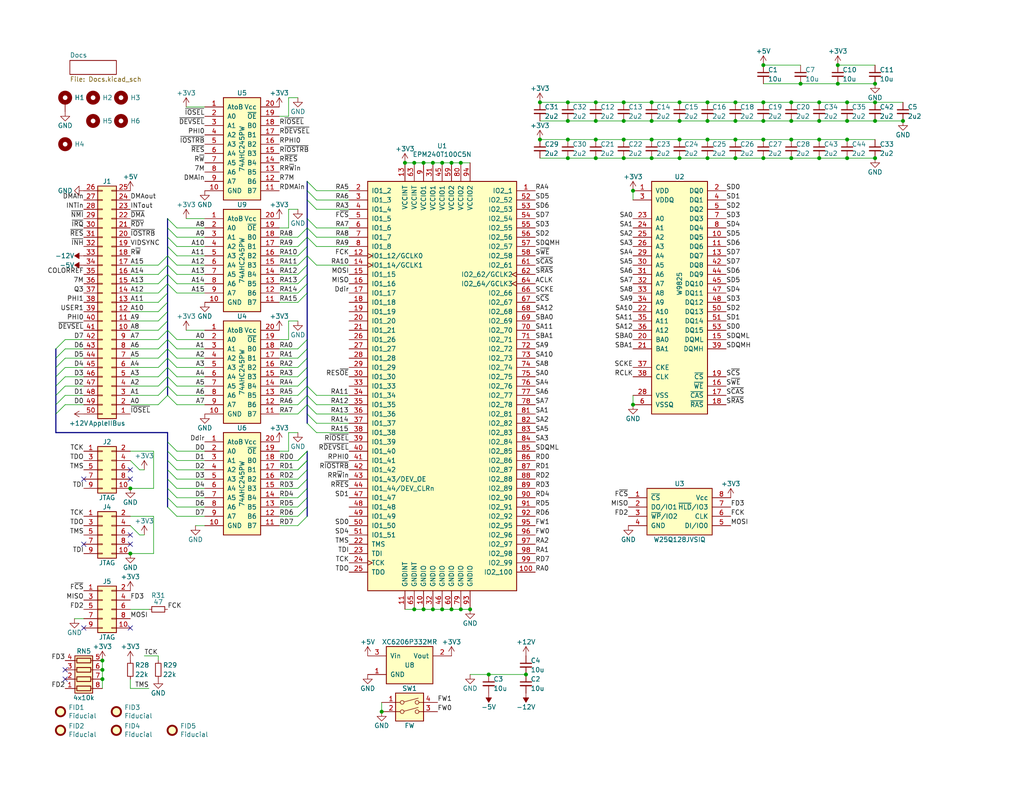
<source format=kicad_sch>
(kicad_sch (version 20211123) (generator eeschema)

  (uuid a29f8df0-3fae-4edf-8d9c-bd5a875b13e3)

  (paper "USLetter")

  (title_block
    (title "GR8RAM")
    (date "2021-04-20")
    (rev "1.9")
    (company "Garrett's Workshop")
  )

  

  (junction (at 200.66 27.94) (diameter 0) (color 0 0 0 0)
    (uuid 022502e0-e724-4b75-bc35-3c5984dbeb76)
  )
  (junction (at 133.35 184.15) (diameter 0) (color 0 0 0 0)
    (uuid 05e45f00-3c6b-4c0c-9ffb-3fe26fcda007)
  )
  (junction (at 208.28 17.78) (diameter 0) (color 0 0 0 0)
    (uuid 065b9982-55f2-4822-977e-07e8a06e7b35)
  )
  (junction (at 115.57 44.45) (diameter 0) (color 0 0 0 0)
    (uuid 08da8f18-02c3-4a28-a400-670f01755980)
  )
  (junction (at 208.28 27.94) (diameter 0) (color 0 0 0 0)
    (uuid 08ec951f-e7eb-41cf-9589-697107a98e88)
  )
  (junction (at 162.56 43.18) (diameter 0) (color 0 0 0 0)
    (uuid 09bbea88-8bd7-48ec-baae-1b4a9a11a40e)
  )
  (junction (at 177.8 38.1) (diameter 0) (color 0 0 0 0)
    (uuid 0a5610bb-d01a-4417-8271-dc424dd2c838)
  )
  (junction (at 231.14 43.18) (diameter 0) (color 0 0 0 0)
    (uuid 0f0f7bb5-ade7-4a81-82b4-43be6a8ad05c)
  )
  (junction (at 162.56 38.1) (diameter 0) (color 0 0 0 0)
    (uuid 0fb27e11-fde6-4a25-adbb-e9684771b369)
  )
  (junction (at 200.66 38.1) (diameter 0) (color 0 0 0 0)
    (uuid 10b20c6b-8045-46d1-a965-0d7dd9a1b5fa)
  )
  (junction (at 218.44 22.86) (diameter 0) (color 0 0 0 0)
    (uuid 19515fa4-c166-4b6e-837d-c01a89e98000)
  )
  (junction (at 115.57 166.37) (diameter 0) (color 0 0 0 0)
    (uuid 1b98de85-f9de-4825-baf2-c96991615275)
  )
  (junction (at 35.56 151.13) (diameter 0) (color 0 0 0 0)
    (uuid 1cc5480b-56b7-4379-98e2-ccafc88911a7)
  )
  (junction (at 223.52 38.1) (diameter 0) (color 0 0 0 0)
    (uuid 2102c637-9f11-48f1-aae6-b4139dc22be2)
  )
  (junction (at 228.6 17.78) (diameter 0) (color 0 0 0 0)
    (uuid 29987966-1d19-4068-93f6-a61cdfb40ffa)
  )
  (junction (at 104.14 194.31) (diameter 0) (color 0 0 0 0)
    (uuid 2dc66f7e-d85d-4081-ae71-fd8851d6aeda)
  )
  (junction (at 154.94 43.18) (diameter 0) (color 0 0 0 0)
    (uuid 2f3fba7a-cf45-4bd8-9035-07e6fa0b4732)
  )
  (junction (at -45.72 148.59) (diameter 0) (color 0 0 0 0)
    (uuid 3091d12e-1e0a-4af6-92a7-2a1b70d9442f)
  )
  (junction (at 231.14 27.94) (diameter 0) (color 0 0 0 0)
    (uuid 34ce7009-187e-4541-a14e-708b3a2903d9)
  )
  (junction (at 128.27 166.37) (diameter 0) (color 0 0 0 0)
    (uuid 34ddb753-e57c-4ca8-a67b-d7cdf62cae93)
  )
  (junction (at 215.9 38.1) (diameter 0) (color 0 0 0 0)
    (uuid 3656bb3f-f8a4-4f3a-8e9a-ec6203c87a56)
  )
  (junction (at 123.19 166.37) (diameter 0) (color 0 0 0 0)
    (uuid 37728c8e-efcc-462c-a749-47b6bfcbaf37)
  )
  (junction (at 238.76 43.18) (diameter 0) (color 0 0 0 0)
    (uuid 3a1a39fc-8030-4c93-9d9c-d79ba6824099)
  )
  (junction (at 147.32 38.1) (diameter 0) (color 0 0 0 0)
    (uuid 3c3e06bd-c8bb-4ec8-84e0-f7f9437909b3)
  )
  (junction (at 170.18 27.94) (diameter 0) (color 0 0 0 0)
    (uuid 3e87b259-dfc1-4885-8dcf-7e7ae39674ed)
  )
  (junction (at 223.52 27.94) (diameter 0) (color 0 0 0 0)
    (uuid 3fa05934-8ad1-40a9-af5c-98ad298eb412)
  )
  (junction (at 185.42 43.18) (diameter 0) (color 0 0 0 0)
    (uuid 4160bbf7-ffff-4c5c-a647-5ee58ddecf06)
  )
  (junction (at 238.76 33.02) (diameter 0) (color 0 0 0 0)
    (uuid 41c18011-40db-4384-9ba4-c0158d0d9d6a)
  )
  (junction (at 231.14 38.1) (diameter 0) (color 0 0 0 0)
    (uuid 4346fe55-f906-453a-b81a-1c013104a598)
  )
  (junction (at 110.49 44.45) (diameter 0) (color 0 0 0 0)
    (uuid 444b2eaf-241d-42e5-8717-27a83d099c5b)
  )
  (junction (at 154.94 38.1) (diameter 0) (color 0 0 0 0)
    (uuid 456c5e47-d71e-4708-b061-1e61634d8648)
  )
  (junction (at 215.9 33.02) (diameter 0) (color 0 0 0 0)
    (uuid 49fec31e-3712-4229-8142-b191d90a97d0)
  )
  (junction (at 118.11 166.37) (diameter 0) (color 0 0 0 0)
    (uuid 5698a460-6e24-4857-84d8-4a43acd2325d)
  )
  (junction (at 162.56 33.02) (diameter 0) (color 0 0 0 0)
    (uuid 56d2bc5d-fd72-4542-ab0f-053a5fd60efa)
  )
  (junction (at 154.94 27.94) (diameter 0) (color 0 0 0 0)
    (uuid 58cc7831-f944-4d33-8c61-2fd5bebc61e0)
  )
  (junction (at -10.16 148.59) (diameter 0) (color 0 0 0 0)
    (uuid 59727308-0ce2-4a16-9df9-3b291d982c44)
  )
  (junction (at 147.32 27.94) (diameter 0) (color 0 0 0 0)
    (uuid 5eedf685-0df3-4da8-aded-0e6ed1cb2507)
  )
  (junction (at 27.94 182.88) (diameter 0) (color 0 0 0 0)
    (uuid 631c7be5-8dc2-4df4-ab73-737bb928e763)
  )
  (junction (at 35.56 133.35) (diameter 0) (color 0 0 0 0)
    (uuid 637f12be-fa48-4ce4-96b2-04c21a8795c8)
  )
  (junction (at 228.6 22.86) (diameter 0) (color 0 0 0 0)
    (uuid 6474aa6c-825c-4f0f-9938-759b68df02a5)
  )
  (junction (at 118.11 44.45) (diameter 0) (color 0 0 0 0)
    (uuid 653e74f0-0a40-4ab5-8f5c-787bbaf1d723)
  )
  (junction (at 200.66 33.02) (diameter 0) (color 0 0 0 0)
    (uuid 66ca01b3-51ff-4294-9b77-4492e98f6aec)
  )
  (junction (at 238.76 22.86) (diameter 0) (color 0 0 0 0)
    (uuid 6ba19f6c-fa3a-4bf3-8c57-119de0f02b65)
  )
  (junction (at 185.42 33.02) (diameter 0) (color 0 0 0 0)
    (uuid 72366acb-6c86-4134-89df-01ed6e4dc8e0)
  )
  (junction (at 185.42 27.94) (diameter 0) (color 0 0 0 0)
    (uuid 7274c82d-0cb9-47de-b093-7d848f491410)
  )
  (junction (at 113.03 166.37) (diameter 0) (color 0 0 0 0)
    (uuid 74096bdc-b668-408c-af3a-b048c20bd605)
  )
  (junction (at 185.42 38.1) (diameter 0) (color 0 0 0 0)
    (uuid 7582a530-a952-46c1-b7eb-75006524ba29)
  )
  (junction (at 120.65 166.37) (diameter 0) (color 0 0 0 0)
    (uuid 8220ba36-5fda-4461-95e2-49a5bc0c76af)
  )
  (junction (at 123.19 44.45) (diameter 0) (color 0 0 0 0)
    (uuid 83a363ef-2850-4113-853b-2966af02d72d)
  )
  (junction (at 125.73 166.37) (diameter 0) (color 0 0 0 0)
    (uuid 848c6095-3966-404d-9f2a-51150fd8dc54)
  )
  (junction (at 231.14 33.02) (diameter 0) (color 0 0 0 0)
    (uuid 87ba184f-bff5-4989-8217-6af375cc3dd8)
  )
  (junction (at 208.28 33.02) (diameter 0) (color 0 0 0 0)
    (uuid 8b3ba7fc-20b6-43c4-a020-80151e1caecc)
  )
  (junction (at 170.18 43.18) (diameter 0) (color 0 0 0 0)
    (uuid 8b963561-586b-4575-b721-87e7914602c6)
  )
  (junction (at 208.28 43.18) (diameter 0) (color 0 0 0 0)
    (uuid 8e697b96-cf4c-43ef-b321-8c2422b088bf)
  )
  (junction (at 172.72 52.07) (diameter 0) (color 0 0 0 0)
    (uuid 8fc062a7-114d-48eb-a8f8-71128838f380)
  )
  (junction (at 113.03 44.45) (diameter 0) (color 0 0 0 0)
    (uuid 971d1932-4a99-4265-9c76-26e554bde4fe)
  )
  (junction (at 223.52 33.02) (diameter 0) (color 0 0 0 0)
    (uuid 9e2492fd-e074-42db-8129-fe39460dc1e0)
  )
  (junction (at 170.18 33.02) (diameter 0) (color 0 0 0 0)
    (uuid a2a0f5cc-b5aa-4e3e-8d85-23bdc2f59aec)
  )
  (junction (at 215.9 27.94) (diameter 0) (color 0 0 0 0)
    (uuid a3fab380-991d-404b-95d5-1c209b047b6e)
  )
  (junction (at 27.94 180.34) (diameter 0) (color 0 0 0 0)
    (uuid af76ce95-feca-41fb-bf31-edaa26d6766a)
  )
  (junction (at 120.65 44.45) (diameter 0) (color 0 0 0 0)
    (uuid b24c67bf-acb7-486e-9d7b-fb513b8c7fc6)
  )
  (junction (at 143.51 184.15) (diameter 0) (color 0 0 0 0)
    (uuid b45059f3-613f-4b7a-a70a-ed75a9e941e6)
  )
  (junction (at 177.8 33.02) (diameter 0) (color 0 0 0 0)
    (uuid b66b83a0-313f-4b03-b851-c6e9577a6eb7)
  )
  (junction (at 238.76 27.94) (diameter 0) (color 0 0 0 0)
    (uuid b853d9ac-7829-468f-99ac-dc9996502e94)
  )
  (junction (at 170.18 38.1) (diameter 0) (color 0 0 0 0)
    (uuid b8c8c7a1-d546-4878-9de9-463ec76dff98)
  )
  (junction (at 162.56 27.94) (diameter 0) (color 0 0 0 0)
    (uuid ba116096-3ccc-4cc8-a185-5325439e4e24)
  )
  (junction (at 27.94 185.42) (diameter 0) (color 0 0 0 0)
    (uuid c210293b-1d7a-4e96-92e9-058784106727)
  )
  (junction (at 223.52 43.18) (diameter 0) (color 0 0 0 0)
    (uuid c7cd39db-931a-4d86-96b8-57e6b39f58f9)
  )
  (junction (at 172.72 110.49) (diameter 0) (color 0 0 0 0)
    (uuid d0cd3439-276c-41ba-b38d-f84f6da38415)
  )
  (junction (at 154.94 33.02) (diameter 0) (color 0 0 0 0)
    (uuid d45d1afe-78e6-4045-862c-b274469da903)
  )
  (junction (at 193.04 27.94) (diameter 0) (color 0 0 0 0)
    (uuid d655bb0a-cbf9-4908-ad60-7024ff468fbd)
  )
  (junction (at 208.28 38.1) (diameter 0) (color 0 0 0 0)
    (uuid d68dca9b-48b3-498b-9b5f-3b3838250f82)
  )
  (junction (at 177.8 27.94) (diameter 0) (color 0 0 0 0)
    (uuid dad2f9a9-292b-4f7e-9524-a263f3c1ba74)
  )
  (junction (at 193.04 33.02) (diameter 0) (color 0 0 0 0)
    (uuid de552ae9-cde6-4643-8cc7-9de2579dadae)
  )
  (junction (at 246.38 33.02) (diameter 0) (color 0 0 0 0)
    (uuid e07e1653-d05d-4bf2-bea3-6515a06de065)
  )
  (junction (at 177.8 43.18) (diameter 0) (color 0 0 0 0)
    (uuid e4504518-96e7-4c9e-8457-7273f5a490f1)
  )
  (junction (at 215.9 43.18) (diameter 0) (color 0 0 0 0)
    (uuid eb6a726e-fed9-4891-95fa-b4d4a5f77b35)
  )
  (junction (at 193.04 38.1) (diameter 0) (color 0 0 0 0)
    (uuid f503ea07-bcf1-4924-930a-6f7e9cd312f8)
  )
  (junction (at 200.66 43.18) (diameter 0) (color 0 0 0 0)
    (uuid f6a3288e-9575-42bb-af05-a920d59aded8)
  )
  (junction (at 125.73 44.45) (diameter 0) (color 0 0 0 0)
    (uuid fd4dd248-3e78-4985-a4fc-58bc05b74cbf)
  )
  (junction (at 193.04 43.18) (diameter 0) (color 0 0 0 0)
    (uuid fe6d9604-2924-4f38-950b-a31e8a281973)
  )

  (no_connect (at 22.86 171.45) (uuid 015f5586-ba76-4a98-9114-f5cd2c67134d))
  (no_connect (at 22.86 148.59) (uuid 12fa3c3f-3d14-451a-a6a8-884fd1b32fa7))
  (no_connect (at 22.86 130.81) (uuid 1cb22080-0f59-4c18-a6e6-8685ef44ec53))
  (no_connect (at 35.56 171.45) (uuid 541721d1-074b-496e-a833-813044b3e8ca))
  (no_connect (at 17.78 185.42) (uuid 751d823e-1d7b-4501-9658-d06d459b0e16))
  (no_connect (at 35.56 128.27) (uuid 8bdea5f6-7a53-427a-92b8-fd15994c2e8c))
  (no_connect (at 35.56 130.81) (uuid a599509f-fbb9-4db4-9adf-9e96bab1138d))
  (no_connect (at 35.56 148.59) (uuid d18f2428-546f-4066-8ffb-7653303685db))
  (no_connect (at 35.56 146.05) (uuid d95c6650-fcd9-4184-97fe-fde43ea5c0cd))
  (no_connect (at 17.78 182.88) (uuid fc2e9f96-3bed-4896-b995-f56e799f1c77))

  (bus_entry (at 83.82 77.47) (size -2.54 2.54)
    (stroke (width 0) (type default) (color 0 0 0 0))
    (uuid 008da5b9-6f95-4113-b7d0-d93ac62efd33)
  )
  (bus_entry (at 45.72 80.01) (size -2.54 2.54)
    (stroke (width 0) (type default) (color 0 0 0 0))
    (uuid 009b5465-0a65-4237-93e7-eb65321eeb18)
  )
  (bus_entry (at 45.72 82.55) (size -2.54 2.54)
    (stroke (width 0) (type default) (color 0 0 0 0))
    (uuid 00f3ea8b-8a54-4e56-84ff-d98f6c00496c)
  )
  (bus_entry (at 15.24 97.79) (size 2.54 -2.54)
    (stroke (width 0) (type default) (color 0 0 0 0))
    (uuid 014d13cd-26ad-4d0e-86ad-a43b541cab14)
  )
  (bus_entry (at 81.28 100.33) (size 2.54 -2.54)
    (stroke (width 0) (type default) (color 0 0 0 0))
    (uuid 04cf2f2c-74bf-400d-b4f6-201720df00ed)
  )
  (bus_entry (at 48.26 110.49) (size -2.54 -2.54)
    (stroke (width 0) (type default) (color 0 0 0 0))
    (uuid 0a1a4d88-972a-46ce-b25e-6cb796bd41f7)
  )
  (bus_entry (at 81.28 140.97) (size 2.54 -2.54)
    (stroke (width 0) (type default) (color 0 0 0 0))
    (uuid 0ceb97d6-1b0f-4b71-921e-b0955c30c998)
  )
  (bus_entry (at 83.82 64.77) (size -2.54 2.54)
    (stroke (width 0) (type default) (color 0 0 0 0))
    (uuid 0fafc6b9-fd35-4a55-9270-7a8e7ce3cb13)
  )
  (bus_entry (at 45.72 97.79) (size -2.54 2.54)
    (stroke (width 0) (type default) (color 0 0 0 0))
    (uuid 1199146e-a60b-416a-b503-e77d6d2892f9)
  )
  (bus_entry (at 81.28 143.51) (size 2.54 -2.54)
    (stroke (width 0) (type default) (color 0 0 0 0))
    (uuid 1241b7f2-e266-4f5c-8a97-9f0f9d0eef37)
  )
  (bus_entry (at 81.28 128.27) (size 2.54 -2.54)
    (stroke (width 0) (type default) (color 0 0 0 0))
    (uuid 18c61c95-8af1-4986-b67e-c7af9c15ab6b)
  )
  (bus_entry (at 45.72 123.19) (size 2.54 2.54)
    (stroke (width 0) (type default) (color 0 0 0 0))
    (uuid 18d11f32-e1a6-4f29-8e3c-0bfeb07299bd)
  )
  (bus_entry (at 81.28 97.79) (size 2.54 -2.54)
    (stroke (width 0) (type default) (color 0 0 0 0))
    (uuid 1bdd5841-68b7-42e2-9447-cbdb608d8a08)
  )
  (bus_entry (at 45.72 77.47) (size -2.54 2.54)
    (stroke (width 0) (type default) (color 0 0 0 0))
    (uuid 221bef83-3ea7-4d3f-adeb-53a8a07c6273)
  )
  (bus_entry (at 83.82 67.31) (size -2.54 2.54)
    (stroke (width 0) (type default) (color 0 0 0 0))
    (uuid 27b2eb82-662b-42d8-90e6-830fec4bb8d2)
  )
  (bus_entry (at 81.28 105.41) (size 2.54 -2.54)
    (stroke (width 0) (type default) (color 0 0 0 0))
    (uuid 2878a73c-5447-4cd9-8194-14f52ab9459c)
  )
  (bus_entry (at 86.36 64.77) (size -2.54 -2.54)
    (stroke (width 0) (type default) (color 0 0 0 0))
    (uuid 29126f72-63f7-4275-8b12-6b96a71c6f17)
  )
  (bus_entry (at 45.72 72.39) (size 2.54 2.54)
    (stroke (width 0) (type default) (color 0 0 0 0))
    (uuid 29bb7297-26fb-4776-9266-2355d022bab0)
  )
  (bus_entry (at 86.36 57.15) (size -2.54 -2.54)
    (stroke (width 0) (type default) (color 0 0 0 0))
    (uuid 2ea8fa6f-efc3-40fe-bcf9-05bfa46ead4f)
  )
  (bus_entry (at 48.26 95.25) (size -2.54 -2.54)
    (stroke (width 0) (type default) (color 0 0 0 0))
    (uuid 30c33e3e-fb78-498d-bffe-76273d527004)
  )
  (bus_entry (at 86.36 115.57) (size -2.54 -2.54)
    (stroke (width 0) (type default) (color 0 0 0 0))
    (uuid 3249bd81-9fd4-4194-9b4f-2e333b2195b8)
  )
  (bus_entry (at 81.28 133.35) (size 2.54 -2.54)
    (stroke (width 0) (type default) (color 0 0 0 0))
    (uuid 35ef9c4a-35f6-467b-a704-b1d9354880cf)
  )
  (bus_entry (at 45.72 77.47) (size 2.54 2.54)
    (stroke (width 0) (type default) (color 0 0 0 0))
    (uuid 36d783e7-096f-4c97-9672-7e08c083b87b)
  )
  (bus_entry (at 15.24 107.95) (size 2.54 -2.54)
    (stroke (width 0) (type default) (color 0 0 0 0))
    (uuid 443bc73a-8dc0-4e2f-a292-a5eff00efa5b)
  )
  (bus_entry (at 81.28 107.95) (size 2.54 -2.54)
    (stroke (width 0) (type default) (color 0 0 0 0))
    (uuid 44646447-0a8e-4aec-a74e-22bf765d0f33)
  )
  (bus_entry (at 45.72 107.95) (size -2.54 2.54)
    (stroke (width 0) (type default) (color 0 0 0 0))
    (uuid 477892a1-722e-4cda-bb6c-fcdb8ba5f93e)
  )
  (bus_entry (at 45.72 102.87) (size -2.54 2.54)
    (stroke (width 0) (type default) (color 0 0 0 0))
    (uuid 479331ff-c540-41f4-84e6-b48d65171e59)
  )
  (bus_entry (at 45.72 72.39) (size -2.54 2.54)
    (stroke (width 0) (type default) (color 0 0 0 0))
    (uuid 4ba06b66-7669-4c70-b585-f5d4c9c33527)
  )
  (bus_entry (at 45.72 64.77) (size 2.54 2.54)
    (stroke (width 0) (type default) (color 0 0 0 0))
    (uuid 4c843bdb-6c9e-40dd-85e2-0567846e18ba)
  )
  (bus_entry (at 45.72 85.09) (size -2.54 2.54)
    (stroke (width 0) (type default) (color 0 0 0 0))
    (uuid 4d586a18-26c5-441e-a9ff-8125ee516126)
  )
  (bus_entry (at 81.28 128.27) (size 2.54 -2.54)
    (stroke (width 0) (type default) (color 0 0 0 0))
    (uuid 4e27930e-1827-4788-aa6b-487321d46602)
  )
  (bus_entry (at 48.26 102.87) (size -2.54 -2.54)
    (stroke (width 0) (type default) (color 0 0 0 0))
    (uuid 57276367-9ce4-4738-88d7-6e8cb94c966c)
  )
  (bus_entry (at 48.26 97.79) (size -2.54 -2.54)
    (stroke (width 0) (type default) (color 0 0 0 0))
    (uuid 5b0a5a46-7b51-4262-a80e-d33dd1806615)
  )
  (bus_entry (at 83.82 74.93) (size -2.54 2.54)
    (stroke (width 0) (type default) (color 0 0 0 0))
    (uuid 5d3d7893-1d11-4f1d-9052-85cf0e07d281)
  )
  (bus_entry (at 45.72 59.69) (size 2.54 2.54)
    (stroke (width 0) (type default) (color 0 0 0 0))
    (uuid 60aa0ce8-9d0e-48ca-bbf9-866403979e9b)
  )
  (bus_entry (at 45.72 95.25) (size -2.54 2.54)
    (stroke (width 0) (type default) (color 0 0 0 0))
    (uuid 60ff6322-62e2-4602-9bc0-7a0f0a5ecfbf)
  )
  (bus_entry (at 81.28 125.73) (size 2.54 -2.54)
    (stroke (width 0) (type default) (color 0 0 0 0))
    (uuid 6241e6d3-a754-45b6-9f7c-e43019b93226)
  )
  (bus_entry (at 45.72 120.65) (size 2.54 2.54)
    (stroke (width 0) (type default) (color 0 0 0 0))
    (uuid 6325c32f-c82a-4357-b022-f9c7e76f412e)
  )
  (bus_entry (at 15.24 102.87) (size 2.54 -2.54)
    (stroke (width 0) (type default) (color 0 0 0 0))
    (uuid 633292d3-80c5-4986-be82-ce926e9f09f4)
  )
  (bus_entry (at 83.82 92.71) (size -2.54 2.54)
    (stroke (width 0) (type default) (color 0 0 0 0))
    (uuid 63c56ea4-91a3-4172-b9de-a4388cc8f894)
  )
  (bus_entry (at 83.82 62.23) (size -2.54 2.54)
    (stroke (width 0) (type default) (color 0 0 0 0))
    (uuid 66218487-e316-4467-9eba-79d4626ab24e)
  )
  (bus_entry (at 45.72 130.81) (size 2.54 2.54)
    (stroke (width 0) (type default) (color 0 0 0 0))
    (uuid 6afc19cf-38b4-47a3-bc2b-445b18724310)
  )
  (bus_entry (at 45.72 62.23) (size 2.54 2.54)
    (stroke (width 0) (type default) (color 0 0 0 0))
    (uuid 6ffdf05e-e119-49f9-85e9-13e4901df42a)
  )
  (bus_entry (at 86.36 110.49) (size -2.54 -2.54)
    (stroke (width 0) (type default) (color 0 0 0 0))
    (uuid 718e5c6d-0e4c-46d8-a149-2f2bfc54c7f1)
  )
  (bus_entry (at 45.72 67.31) (size 2.54 2.54)
    (stroke (width 0) (type default) (color 0 0 0 0))
    (uuid 72b36951-3ec7-4569-9c88-cf9b4afe1cae)
  )
  (bus_entry (at 15.24 100.33) (size 2.54 -2.54)
    (stroke (width 0) (type default) (color 0 0 0 0))
    (uuid 7744b6ee-910d-401d-b730-65c35d3d8092)
  )
  (bus_entry (at 83.82 72.39) (size -2.54 2.54)
    (stroke (width 0) (type default) (color 0 0 0 0))
    (uuid 79476267-290e-445f-995b-0afd0e11a4b5)
  )
  (bus_entry (at 15.24 113.03) (size 2.54 -2.54)
    (stroke (width 0) (type default) (color 0 0 0 0))
    (uuid 83021f70-e61e-4ad3-bae7-b9f02b28be4f)
  )
  (bus_entry (at 45.72 128.27) (size 2.54 2.54)
    (stroke (width 0) (type default) (color 0 0 0 0))
    (uuid 84d296ba-3d39-4264-ad19-947f90c54396)
  )
  (bus_entry (at 83.82 69.85) (size -2.54 2.54)
    (stroke (width 0) (type default) (color 0 0 0 0))
    (uuid 8b290a17-6328-4178-9131-29524d345539)
  )
  (bus_entry (at 86.36 72.39) (size -2.54 -2.54)
    (stroke (width 0) (type default) (color 0 0 0 0))
    (uuid 8d063f79-9282-4820-bcf4-1ff3c006cf08)
  )
  (bus_entry (at 45.72 87.63) (size -2.54 2.54)
    (stroke (width 0) (type default) (color 0 0 0 0))
    (uuid 9186fd02-f30d-4e17-aa38-378ab73e3908)
  )
  (bus_entry (at 81.28 102.87) (size 2.54 -2.54)
    (stroke (width 0) (type default) (color 0 0 0 0))
    (uuid 955cc99e-a129-42cf-abc7-aa99813fdb5f)
  )
  (bus_entry (at 86.36 67.31) (size -2.54 -2.54)
    (stroke (width 0) (type default) (color 0 0 0 0))
    (uuid 9da1ace0-4181-4f12-80f8-16786a9e5c07)
  )
  (bus_entry (at 86.36 118.11) (size -2.54 -2.54)
    (stroke (width 0) (type default) (color 0 0 0 0))
    (uuid 9e0e6fc0-a269-4822-b93d-4c5e6689ff11)
  )
  (bus_entry (at 15.24 95.25) (size 2.54 -2.54)
    (stroke (width 0) (type default) (color 0 0 0 0))
    (uuid a25b7e01-1754-4cc9-8a14-3d9c461e5af5)
  )
  (bus_entry (at 81.28 138.43) (size 2.54 -2.54)
    (stroke (width 0) (type default) (color 0 0 0 0))
    (uuid a7f25f41-0b4c-4430-b6cd-b2160b2db099)
  )
  (bus_entry (at 45.72 125.73) (size 2.54 2.54)
    (stroke (width 0) (type default) (color 0 0 0 0))
    (uuid a90361cd-254c-4d27-ae1f-9a6c85bafe28)
  )
  (bus_entry (at 45.72 90.17) (size -2.54 2.54)
    (stroke (width 0) (type default) (color 0 0 0 0))
    (uuid aa130053-a451-4f12-97f7-3d4d891a5f83)
  )
  (bus_entry (at 83.82 80.01) (size -2.54 2.54)
    (stroke (width 0) (type default) (color 0 0 0 0))
    (uuid aeb03be9-98f0-43f6-9432-1bb35aa04bab)
  )
  (bus_entry (at 86.36 62.23) (size -2.54 -2.54)
    (stroke (width 0) (type default) (color 0 0 0 0))
    (uuid af186015-d283-4209-aade-a247e5de01df)
  )
  (bus_entry (at 45.72 105.41) (size -2.54 2.54)
    (stroke (width 0) (type default) (color 0 0 0 0))
    (uuid b09666f9-12f1-4ee9-8877-2292c94258ca)
  )
  (bus_entry (at 45.72 74.93) (size -2.54 2.54)
    (stroke (width 0) (type default) (color 0 0 0 0))
    (uuid b52d6ff3-fef1-496e-8dd5-ebb89b6bce6a)
  )
  (bus_entry (at 81.28 135.89) (size 2.54 -2.54)
    (stroke (width 0) (type default) (color 0 0 0 0))
    (uuid b8b961e9-8a60-45fc-999a-a7a3baff4e0d)
  )
  (bus_entry (at 45.72 69.85) (size -2.54 2.54)
    (stroke (width 0) (type default) (color 0 0 0 0))
    (uuid bc0dbc57-3ae8-4ce5-a05c-2d6003bba475)
  )
  (bus_entry (at 48.26 105.41) (size -2.54 -2.54)
    (stroke (width 0) (type default) (color 0 0 0 0))
    (uuid bdf40d30-88ff-4479-bad1-69529464b61b)
  )
  (bus_entry (at 81.28 113.03) (size 2.54 -2.54)
    (stroke (width 0) (type default) (color 0 0 0 0))
    (uuid c25449d6-d734-4953-b762-98f82a830248)
  )
  (bus_entry (at 48.26 92.71) (size -2.54 -2.54)
    (stroke (width 0) (type default) (color 0 0 0 0))
    (uuid c3b3d7f4-943f-4cff-b180-87ef3e1bcbff)
  )
  (bus_entry (at 81.28 130.81) (size 2.54 -2.54)
    (stroke (width 0) (type default) (color 0 0 0 0))
    (uuid c8a44971-63c1-4a19-879d-b6647b2dc08d)
  )
  (bus_entry (at 45.72 138.43) (size 2.54 2.54)
    (stroke (width 0) (type default) (color 0 0 0 0))
    (uuid c8a7af6e-c432-4fa3-91ee-c8bf0c5a9ebe)
  )
  (bus_entry (at 48.26 107.95) (size -2.54 -2.54)
    (stroke (width 0) (type default) (color 0 0 0 0))
    (uuid c9b9e62d-dede-4d1a-9a05-275614f8bdb2)
  )
  (bus_entry (at 45.72 74.93) (size 2.54 2.54)
    (stroke (width 0) (type default) (color 0 0 0 0))
    (uuid cb6062da-8dcd-4826-92fd-4071e9e97213)
  )
  (bus_entry (at 86.36 113.03) (size -2.54 -2.54)
    (stroke (width 0) (type default) (color 0 0 0 0))
    (uuid cbde200f-1075-469a-89f8-abbdcf30e36a)
  )
  (bus_entry (at 45.72 100.33) (size -2.54 2.54)
    (stroke (width 0) (type default) (color 0 0 0 0))
    (uuid cc15f583-a41b-43af-ba94-a75455506a96)
  )
  (bus_entry (at 15.24 110.49) (size 2.54 -2.54)
    (stroke (width 0) (type default) (color 0 0 0 0))
    (uuid cc75e5ae-3348-4e7a-bd16-4df685ee47bd)
  )
  (bus_entry (at 45.72 135.89) (size 2.54 2.54)
    (stroke (width 0) (type default) (color 0 0 0 0))
    (uuid d01102e9-b170-4eb1-a0a4-9a31feb850b7)
  )
  (bus_entry (at 81.28 110.49) (size 2.54 -2.54)
    (stroke (width 0) (type default) (color 0 0 0 0))
    (uuid d7e4abd8-69f5-4706-b12e-898194e5bf56)
  )
  (bus_entry (at 86.36 52.07) (size -2.54 -2.54)
    (stroke (width 0) (type default) (color 0 0 0 0))
    (uuid da546d77-4b03-4562-8fc6-837fd68e7691)
  )
  (bus_entry (at 15.24 105.41) (size 2.54 -2.54)
    (stroke (width 0) (type default) (color 0 0 0 0))
    (uuid dda1e6ca-91ec-4136-b90b-3c54d79454b9)
  )
  (bus_entry (at 86.36 54.61) (size -2.54 -2.54)
    (stroke (width 0) (type default) (color 0 0 0 0))
    (uuid e2fac877-439c-4da0-af2e-5fdc70f85d42)
  )
  (bus_entry (at 48.26 100.33) (size -2.54 -2.54)
    (stroke (width 0) (type default) (color 0 0 0 0))
    (uuid e5217a0c-7f55-4c30-adda-7f8d95709d1b)
  )
  (bus_entry (at 45.72 92.71) (size -2.54 2.54)
    (stroke (width 0) (type default) (color 0 0 0 0))
    (uuid e7369115-d491-4ef3-be3d-f5298992c3e8)
  )
  (bus_entry (at 45.72 69.85) (size 2.54 2.54)
    (stroke (width 0) (type default) (color 0 0 0 0))
    (uuid eb8d02e9-145c-465d-b6a8-bae84d47a94b)
  )
  (bus_entry (at 81.28 125.73) (size 2.54 -2.54)
    (stroke (width 0) (type default) (color 0 0 0 0))
    (uuid f357ddb5-3f44-43b0-b00d-d64f5c62ba4a)
  )
  (bus_entry (at 86.36 107.95) (size -2.54 -2.54)
    (stroke (width 0) (type default) (color 0 0 0 0))
    (uuid f50dae73-c5b5-475d-ac8c-5b555be54fa3)
  )
  (bus_entry (at 45.72 133.35) (size 2.54 2.54)
    (stroke (width 0) (type default) (color 0 0 0 0))
    (uuid fe14c012-3d58-4e5e-9a37-4b9765a7f764)
  )

  (wire (pts (xy 172.72 110.49) (xy 172.72 107.95))
    (stroke (width 0) (type default) (color 0 0 0 0))
    (uuid 00e38d63-5436-49db-81f5-697421f168fc)
  )
  (wire (pts (xy 48.26 64.77) (xy 55.88 64.77))
    (stroke (width 0) (type default) (color 0 0 0 0))
    (uuid 011ee658-718d-416a-85fd-961729cd1ee5)
  )
  (bus (pts (xy 83.82 54.61) (xy 83.82 59.69))
    (stroke (width 0) (type default) (color 0 0 0 0))
    (uuid 035a586d-4657-4874-b535-597c93ba28eb)
  )

  (wire (pts (xy 215.9 27.94) (xy 223.52 27.94))
    (stroke (width 0) (type default) (color 0 0 0 0))
    (uuid 044de712-d3da-40ed-9c9f-d91ef285c74c)
  )
  (wire (pts (xy 208.28 17.78) (xy 218.44 17.78))
    (stroke (width 0) (type default) (color 0 0 0 0))
    (uuid 046ca2d8-3ca1-4c64-8090-c45e9adcf30e)
  )
  (wire (pts (xy 35.56 102.87) (xy 43.18 102.87))
    (stroke (width 0) (type default) (color 0 0 0 0))
    (uuid 0520f61d-4522-4301-a3fa-8ed0bf060f69)
  )
  (wire (pts (xy 43.18 179.07) (xy 39.37 179.07))
    (stroke (width 0) (type default) (color 0 0 0 0))
    (uuid 0554bea0-89b2-4e25-9ea3-4c73921c94cb)
  )
  (bus (pts (xy 45.72 102.87) (xy 45.72 105.41))
    (stroke (width 0) (type default) (color 0 0 0 0))
    (uuid 06aa4d63-54fd-4ea9-bc14-d46ce29463e8)
  )

  (wire (pts (xy 193.04 43.18) (xy 200.66 43.18))
    (stroke (width 0) (type default) (color 0 0 0 0))
    (uuid 082aed28-f9e8-49e7-96ee-b5aa9f0319c7)
  )
  (bus (pts (xy 83.82 80.01) (xy 83.82 92.71))
    (stroke (width 0) (type default) (color 0 0 0 0))
    (uuid 09021c9d-fb5f-49e1-ba7c-c21435e561a6)
  )

  (wire (pts (xy 113.03 166.37) (xy 110.49 166.37))
    (stroke (width 0) (type default) (color 0 0 0 0))
    (uuid 0938c137-668b-4d2f-b92b-cadb1df72bdb)
  )
  (wire (pts (xy 215.9 33.02) (xy 223.52 33.02))
    (stroke (width 0) (type default) (color 0 0 0 0))
    (uuid 0b110cbc-e477-4bdc-9c81-26a3d588d354)
  )
  (wire (pts (xy 17.78 95.25) (xy 22.86 95.25))
    (stroke (width 0) (type default) (color 0 0 0 0))
    (uuid 0cbeb329-a88d-4a47-a5c2-a1d693de2f8c)
  )
  (bus (pts (xy 45.72 95.25) (xy 45.72 97.79))
    (stroke (width 0) (type default) (color 0 0 0 0))
    (uuid 0db3a4ae-3ea3-4c7e-8e92-2deac5406ee4)
  )
  (bus (pts (xy 83.82 69.85) (xy 83.82 72.39))
    (stroke (width 0) (type default) (color 0 0 0 0))
    (uuid 0e1dff80-5beb-4f26-bd8b-beb7d6138194)
  )
  (bus (pts (xy 45.72 100.33) (xy 45.72 102.87))
    (stroke (width 0) (type default) (color 0 0 0 0))
    (uuid 0e827e9d-19d0-4830-adee-e829669aa4c6)
  )
  (bus (pts (xy 15.24 113.03) (xy 15.24 118.11))
    (stroke (width 0) (type default) (color 0 0 0 0))
    (uuid 0fa50f25-2088-41a0-bcf9-363465cb9c86)
  )

  (wire (pts (xy 86.36 72.39) (xy 95.25 72.39))
    (stroke (width 0) (type default) (color 0 0 0 0))
    (uuid 0ff398d7-e6e2-4972-a7a4-438407886f34)
  )
  (bus (pts (xy 83.82 49.53) (xy 83.82 52.07))
    (stroke (width 0) (type default) (color 0 0 0 0))
    (uuid 10fa1a8c-62cb-4b8f-b916-b18d737ff71b)
  )

  (wire (pts (xy 76.2 143.51) (xy 81.28 143.51))
    (stroke (width 0) (type default) (color 0 0 0 0))
    (uuid 12a24e86-2c38-4685-bba9-fff8dddb4cb0)
  )
  (wire (pts (xy 35.56 87.63) (xy 43.18 87.63))
    (stroke (width 0) (type default) (color 0 0 0 0))
    (uuid 143ed874-a01f-4ced-ba4e-bbb66ddd1f70)
  )
  (wire (pts (xy 86.36 115.57) (xy 95.25 115.57))
    (stroke (width 0) (type default) (color 0 0 0 0))
    (uuid 1527299a-08b3-47c3-929f-a75c83be365e)
  )
  (wire (pts (xy 86.36 52.07) (xy 95.25 52.07))
    (stroke (width 0) (type default) (color 0 0 0 0))
    (uuid 153169ce-9fac-4868-bc4e-e1381c5bb726)
  )
  (wire (pts (xy 154.94 38.1) (xy 162.56 38.1))
    (stroke (width 0) (type default) (color 0 0 0 0))
    (uuid 162e5bdd-61a8-46a3-8485-826b5d58e1a1)
  )
  (wire (pts (xy 208.28 43.18) (xy 215.9 43.18))
    (stroke (width 0) (type default) (color 0 0 0 0))
    (uuid 165f4d8d-26a9-4cf2-a8d6-9936cd983be4)
  )
  (wire (pts (xy 86.36 67.31) (xy 95.25 67.31))
    (stroke (width 0) (type default) (color 0 0 0 0))
    (uuid 18dee026-9999-4f10-8c36-736131349406)
  )
  (wire (pts (xy 48.26 100.33) (xy 55.88 100.33))
    (stroke (width 0) (type default) (color 0 0 0 0))
    (uuid 1f9ae101-c652-4998-a503-17aedf3d5746)
  )
  (bus (pts (xy 83.82 72.39) (xy 83.82 74.93))
    (stroke (width 0) (type default) (color 0 0 0 0))
    (uuid 2003b036-8b3c-4aca-b184-4e1151380b3d)
  )

  (wire (pts (xy 223.52 33.02) (xy 231.14 33.02))
    (stroke (width 0) (type default) (color 0 0 0 0))
    (uuid 2028d85e-9e27-4758-8c0b-559fad072813)
  )
  (wire (pts (xy 76.2 107.95) (xy 81.28 107.95))
    (stroke (width 0) (type default) (color 0 0 0 0))
    (uuid 2035ea48-3ef5-4d7f-8c3c-50981b30c89a)
  )
  (wire (pts (xy 86.36 57.15) (xy 95.25 57.15))
    (stroke (width 0) (type default) (color 0 0 0 0))
    (uuid 2276ec6c-cdcc-4369-86b4-8267d991001e)
  )
  (wire (pts (xy 35.56 187.96) (xy 40.64 187.96))
    (stroke (width 0) (type default) (color 0 0 0 0))
    (uuid 22962957-1efd-404d-83db-5b233b6c15b0)
  )
  (wire (pts (xy 48.26 135.89) (xy 55.88 135.89))
    (stroke (width 0) (type default) (color 0 0 0 0))
    (uuid 22bb6c80-05a9-4d89-98b0-f4c23fe6c1ce)
  )
  (wire (pts (xy 215.9 38.1) (xy 223.52 38.1))
    (stroke (width 0) (type default) (color 0 0 0 0))
    (uuid 272c2a78-b5f5-4b61-aed3-ec69e0e92729)
  )
  (bus (pts (xy 45.72 82.55) (xy 45.72 85.09))
    (stroke (width 0) (type default) (color 0 0 0 0))
    (uuid 27d14751-8ad8-40f8-9089-3e1fa7b928f0)
  )

  (wire (pts (xy 35.56 95.25) (xy 43.18 95.25))
    (stroke (width 0) (type default) (color 0 0 0 0))
    (uuid 2891767f-251c-48c4-91c0-deb1b368f45c)
  )
  (wire (pts (xy 231.14 33.02) (xy 238.76 33.02))
    (stroke (width 0) (type default) (color 0 0 0 0))
    (uuid 291935ec-f8ff-41f0-8717-e68b8af7b8c1)
  )
  (bus (pts (xy 83.82 92.71) (xy 83.82 95.25))
    (stroke (width 0) (type default) (color 0 0 0 0))
    (uuid 2b838b29-91e5-4403-94ec-fc802981d71e)
  )

  (wire (pts (xy 48.26 130.81) (xy 55.88 130.81))
    (stroke (width 0) (type default) (color 0 0 0 0))
    (uuid 2db910a0-b943-40b4-b81f-068ba5265f56)
  )
  (wire (pts (xy 81.28 26.67) (xy 78.74 26.67))
    (stroke (width 0) (type default) (color 0 0 0 0))
    (uuid 2e0a9f64-1b78-4597-8d50-d12d2268a95a)
  )
  (wire (pts (xy 76.2 113.03) (xy 81.28 113.03))
    (stroke (width 0) (type default) (color 0 0 0 0))
    (uuid 2e90e294-82e1-45da-9bf1-b91dfe0dc8f6)
  )
  (wire (pts (xy 238.76 33.02) (xy 246.38 33.02))
    (stroke (width 0) (type default) (color 0 0 0 0))
    (uuid 2ec9be40-1d5a-4e2d-8a4d-4be2d3c079d5)
  )
  (wire (pts (xy 215.9 27.94) (xy 208.28 27.94))
    (stroke (width 0) (type default) (color 0 0 0 0))
    (uuid 2eea20e6-112c-411a-b615-885ae773135a)
  )
  (wire (pts (xy 128.27 184.15) (xy 133.35 184.15))
    (stroke (width 0) (type default) (color 0 0 0 0))
    (uuid 2fb9964c-4cd4-4e81-b5e8-f78759d3adb5)
  )
  (bus (pts (xy 83.82 130.81) (xy 83.82 133.35))
    (stroke (width 0) (type default) (color 0 0 0 0))
    (uuid 3146f40a-80f4-4c3b-9be4-8dd47844df7c)
  )

  (wire (pts (xy 147.32 43.18) (xy 154.94 43.18))
    (stroke (width 0) (type default) (color 0 0 0 0))
    (uuid 319c683d-aed6-4e7d-aee2-ff9871746d52)
  )
  (wire (pts (xy 162.56 33.02) (xy 170.18 33.02))
    (stroke (width 0) (type default) (color 0 0 0 0))
    (uuid 31bfc3e7-147b-4531-a0c5-e3a305c1647d)
  )
  (wire (pts (xy 78.74 118.11) (xy 81.28 118.11))
    (stroke (width 0) (type default) (color 0 0 0 0))
    (uuid 348dc703-3cab-4547-b664-e8b335a6083c)
  )
  (bus (pts (xy 45.72 69.85) (xy 45.72 72.39))
    (stroke (width 0) (type default) (color 0 0 0 0))
    (uuid 3594873d-d94b-4e9e-b5b1-5b1442595696)
  )

  (wire (pts (xy 185.42 27.94) (xy 193.04 27.94))
    (stroke (width 0) (type default) (color 0 0 0 0))
    (uuid 363189af-2faa-46a4-b025-5a779d801f2e)
  )
  (wire (pts (xy 185.42 33.02) (xy 193.04 33.02))
    (stroke (width 0) (type default) (color 0 0 0 0))
    (uuid 37657eee-b379-4145-b65d-79c82b53e49e)
  )
  (bus (pts (xy 83.82 77.47) (xy 83.82 80.01))
    (stroke (width 0) (type default) (color 0 0 0 0))
    (uuid 38245fc1-692f-48ac-9b95-5dcdd53bb2cc)
  )

  (wire (pts (xy 177.8 27.94) (xy 185.42 27.94))
    (stroke (width 0) (type default) (color 0 0 0 0))
    (uuid 386faf3f-2adf-472a-84bf-bd511edf2429)
  )
  (wire (pts (xy 76.2 74.93) (xy 81.28 74.93))
    (stroke (width 0) (type default) (color 0 0 0 0))
    (uuid 3b686d17-1000-4762-ba31-589d599a3edf)
  )
  (bus (pts (xy 83.82 64.77) (xy 83.82 67.31))
    (stroke (width 0) (type default) (color 0 0 0 0))
    (uuid 3b853872-c4b2-4105-bd4b-c660ed233e20)
  )
  (bus (pts (xy 83.82 95.25) (xy 83.82 97.79))
    (stroke (width 0) (type default) (color 0 0 0 0))
    (uuid 3c59d496-929c-4866-a736-85d5ef79b78e)
  )

  (wire (pts (xy 76.2 138.43) (xy 81.28 138.43))
    (stroke (width 0) (type default) (color 0 0 0 0))
    (uuid 3e0392c0-affc-4114-9de5-1f1cfe79418a)
  )
  (wire (pts (xy 215.9 43.18) (xy 223.52 43.18))
    (stroke (width 0) (type default) (color 0 0 0 0))
    (uuid 3f2a6679-91d7-4b6c-bf5c-c4d5abb2bc44)
  )
  (wire (pts (xy 48.26 125.73) (xy 55.88 125.73))
    (stroke (width 0) (type default) (color 0 0 0 0))
    (uuid 3f8a5430-68a9-4732-9b89-4e00dd8ae219)
  )
  (wire (pts (xy 133.35 184.15) (xy 143.51 184.15))
    (stroke (width 0) (type default) (color 0 0 0 0))
    (uuid 40b38567-9d6a-4691-bccf-1b4dbe39957b)
  )
  (wire (pts (xy 35.56 105.41) (xy 43.18 105.41))
    (stroke (width 0) (type default) (color 0 0 0 0))
    (uuid 411d4270-c66c-4318-b7fb-1470d34862b8)
  )
  (wire (pts (xy 48.26 140.97) (xy 55.88 140.97))
    (stroke (width 0) (type default) (color 0 0 0 0))
    (uuid 42ff012d-5eb7-42b9-bb45-415cf26799c6)
  )
  (bus (pts (xy 83.82 123.19) (xy 83.82 125.73))
    (stroke (width 0) (type default) (color 0 0 0 0))
    (uuid 43f341b3-06e9-4e7a-a26e-5365b89d76bf)
  )
  (bus (pts (xy 83.82 105.41) (xy 83.82 107.95))
    (stroke (width 0) (type default) (color 0 0 0 0))
    (uuid 45790863-58e3-47e1-82a9-3311e184debd)
  )

  (wire (pts (xy 110.49 44.45) (xy 113.03 44.45))
    (stroke (width 0) (type default) (color 0 0 0 0))
    (uuid 469f89fd-f629-46b7-b106-a0088168c9ec)
  )
  (wire (pts (xy 20.32 168.91) (xy 22.86 168.91))
    (stroke (width 0) (type default) (color 0 0 0 0))
    (uuid 46cbe85d-ff47-428e-b187-4ebd50a66e0c)
  )
  (wire (pts (xy 231.14 27.94) (xy 238.76 27.94))
    (stroke (width 0) (type default) (color 0 0 0 0))
    (uuid 49a65079-57a9-46fc-8711-1d7f2cab8dbf)
  )
  (bus (pts (xy 83.82 107.95) (xy 83.82 110.49))
    (stroke (width 0) (type default) (color 0 0 0 0))
    (uuid 4a43c2ae-511e-4d31-8344-6a916e9b4647)
  )

  (wire (pts (xy 50.8 29.21) (xy 55.88 29.21))
    (stroke (width 0) (type default) (color 0 0 0 0))
    (uuid 4a54c707-7b6f-4a3d-a74d-5e3526114aba)
  )
  (bus (pts (xy 15.24 95.25) (xy 15.24 97.79))
    (stroke (width 0) (type default) (color 0 0 0 0))
    (uuid 4d51bc15-1f84-46be-8e16-e836b10f854e)
  )
  (bus (pts (xy 15.24 97.79) (xy 15.24 100.33))
    (stroke (width 0) (type default) (color 0 0 0 0))
    (uuid 4d5b5acb-5815-4167-8685-dd6668c837fe)
  )

  (wire (pts (xy 228.6 22.86) (xy 238.76 22.86))
    (stroke (width 0) (type default) (color 0 0 0 0))
    (uuid 5099f397-6fe7-454f-899c-34e2b5f22ca7)
  )
  (bus (pts (xy 83.82 59.69) (xy 83.82 62.23))
    (stroke (width 0) (type default) (color 0 0 0 0))
    (uuid 51152442-ab32-4b3f-888d-08979e9813e7)
  )
  (bus (pts (xy 45.72 92.71) (xy 45.72 95.25))
    (stroke (width 0) (type default) (color 0 0 0 0))
    (uuid 518dedf8-1fa8-4d20-96f6-9f614a19ef78)
  )
  (bus (pts (xy 45.72 128.27) (xy 45.72 130.81))
    (stroke (width 0) (type default) (color 0 0 0 0))
    (uuid 54987869-31c3-4a07-9dfa-baffc5294665)
  )

  (wire (pts (xy 76.2 64.77) (xy 81.28 64.77))
    (stroke (width 0) (type default) (color 0 0 0 0))
    (uuid 5701b80f-f006-4814-81c9-0c7f006088a9)
  )
  (wire (pts (xy 86.36 118.11) (xy 95.25 118.11))
    (stroke (width 0) (type default) (color 0 0 0 0))
    (uuid 58a87288-e2bf-4c88-9871-a753efc69e9d)
  )
  (wire (pts (xy 48.26 62.23) (xy 55.88 62.23))
    (stroke (width 0) (type default) (color 0 0 0 0))
    (uuid 593b8647-0095-46cc-ba23-3cf2a86edb5e)
  )
  (wire (pts (xy 200.66 43.18) (xy 208.28 43.18))
    (stroke (width 0) (type default) (color 0 0 0 0))
    (uuid 59f60168-cced-43c9-aaa5-41a1a8a2f631)
  )
  (bus (pts (xy 83.82 74.93) (xy 83.82 77.47))
    (stroke (width 0) (type default) (color 0 0 0 0))
    (uuid 5b34b011-d722-453c-956e-3018c966e116)
  )

  (wire (pts (xy 48.26 102.87) (xy 55.88 102.87))
    (stroke (width 0) (type default) (color 0 0 0 0))
    (uuid 5c30b9b4-3014-4f50-9329-27a539b67e01)
  )
  (wire (pts (xy 238.76 43.18) (xy 231.14 43.18))
    (stroke (width 0) (type default) (color 0 0 0 0))
    (uuid 5e6153e6-2c19-46de-9a8e-b310a2a07861)
  )
  (wire (pts (xy 38.1 128.27) (xy 35.56 125.73))
    (stroke (width 0) (type default) (color 0 0 0 0))
    (uuid 5f31b97b-d794-46d6-bbd9-7a5638bcf704)
  )
  (wire (pts (xy 41.91 123.19) (xy 35.56 123.19))
    (stroke (width 0) (type default) (color 0 0 0 0))
    (uuid 5ff19d63-2cb4-438b-93c4-e66d37a05329)
  )
  (wire (pts (xy 41.91 123.19) (xy 41.91 133.35))
    (stroke (width 0) (type default) (color 0 0 0 0))
    (uuid 616287d9-a51f-498c-8b91-be46a0aa3a7f)
  )
  (bus (pts (xy 45.72 125.73) (xy 45.72 128.27))
    (stroke (width 0) (type default) (color 0 0 0 0))
    (uuid 630631f2-80a4-431a-8668-641e61361415)
  )

  (wire (pts (xy -20.32 148.59) (xy -10.16 148.59))
    (stroke (width 0) (type default) (color 0 0 0 0))
    (uuid 631fccd5-5f59-4c03-8d5f-b57213e41c21)
  )
  (bus (pts (xy 15.24 102.87) (xy 15.24 105.41))
    (stroke (width 0) (type default) (color 0 0 0 0))
    (uuid 636f1d33-6937-48b5-a3b2-7c6eee4be461)
  )

  (wire (pts (xy 185.42 43.18) (xy 193.04 43.18))
    (stroke (width 0) (type default) (color 0 0 0 0))
    (uuid 645bdbdc-8f65-42ef-a021-2d3e7d74a739)
  )
  (wire (pts (xy 76.2 140.97) (xy 81.28 140.97))
    (stroke (width 0) (type default) (color 0 0 0 0))
    (uuid 6513181c-0a6a-4560-9a18-17450c36ae2a)
  )
  (wire (pts (xy 76.2 69.85) (xy 81.28 69.85))
    (stroke (width 0) (type default) (color 0 0 0 0))
    (uuid 66bc2bca-dab7-4947-a0ff-403cdaf9fb89)
  )
  (wire (pts (xy 35.56 85.09) (xy 43.18 85.09))
    (stroke (width 0) (type default) (color 0 0 0 0))
    (uuid 699feae1-8cdd-4d2b-947f-f24849c73cdb)
  )
  (wire (pts (xy 78.74 92.71) (xy 76.2 92.71))
    (stroke (width 0) (type default) (color 0 0 0 0))
    (uuid 6a2bcc72-047b-4846-8583-1109e3552669)
  )
  (wire (pts (xy 154.94 33.02) (xy 162.56 33.02))
    (stroke (width 0) (type default) (color 0 0 0 0))
    (uuid 6ae963fb-e34f-4e11-9adf-78839a5b2ef1)
  )
  (wire (pts (xy 17.78 107.95) (xy 22.86 107.95))
    (stroke (width 0) (type default) (color 0 0 0 0))
    (uuid 6d0c9e39-9878-44c8-8283-9a59e45006fa)
  )
  (wire (pts (xy 27.94 180.34) (xy 27.94 182.88))
    (stroke (width 0) (type default) (color 0 0 0 0))
    (uuid 6d2a06fb-0b1e-452a-ab38-11a5f45e1b32)
  )
  (bus (pts (xy 45.72 64.77) (xy 45.72 67.31))
    (stroke (width 0) (type default) (color 0 0 0 0))
    (uuid 6f087b71-3534-4c93-b174-cedaa211facf)
  )

  (wire (pts (xy 39.37 128.27) (xy 38.1 128.27))
    (stroke (width 0) (type default) (color 0 0 0 0))
    (uuid 701e1517-e8cf-46f4-b538-98e721c97380)
  )
  (wire (pts (xy 35.56 90.17) (xy 43.18 90.17))
    (stroke (width 0) (type default) (color 0 0 0 0))
    (uuid 71f92193-19b0-44ed-bc7f-77535083d769)
  )
  (wire (pts (xy 48.26 80.01) (xy 55.88 80.01))
    (stroke (width 0) (type default) (color 0 0 0 0))
    (uuid 72508b1f-1505-46cb-9d37-2081c5a12aca)
  )
  (wire (pts (xy 113.03 44.45) (xy 115.57 44.45))
    (stroke (width 0) (type default) (color 0 0 0 0))
    (uuid 7255cbd1-8d38-4545-be9a-7fc5488ef942)
  )
  (wire (pts (xy 208.28 38.1) (xy 215.9 38.1))
    (stroke (width 0) (type default) (color 0 0 0 0))
    (uuid 74855e0d-40e4-4940-a544-edae9207b2ea)
  )
  (wire (pts (xy 162.56 27.94) (xy 170.18 27.94))
    (stroke (width 0) (type default) (color 0 0 0 0))
    (uuid 7668b629-abd6-4e14-be84-df90ae487fc6)
  )
  (wire (pts (xy 78.74 87.63) (xy 78.74 92.71))
    (stroke (width 0) (type default) (color 0 0 0 0))
    (uuid 775e8983-a723-43c5-bf00-61681f0840f3)
  )
  (wire (pts (xy 35.56 110.49) (xy 43.18 110.49))
    (stroke (width 0) (type default) (color 0 0 0 0))
    (uuid 795e68e2-c9ba-45cf-9bff-89b8fae05b5a)
  )
  (wire (pts (xy 76.2 105.41) (xy 81.28 105.41))
    (stroke (width 0) (type default) (color 0 0 0 0))
    (uuid 7a2f50f6-0c99-4e8d-9c2a-8f2f961d2e6d)
  )
  (wire (pts (xy 48.26 72.39) (xy 55.88 72.39))
    (stroke (width 0) (type default) (color 0 0 0 0))
    (uuid 7a74c4b1-6243-4a12-85a2-bc41d346e7aa)
  )
  (wire (pts (xy 17.78 105.41) (xy 22.86 105.41))
    (stroke (width 0) (type default) (color 0 0 0 0))
    (uuid 7c411b3e-aca2-424f-b644-2d21c9d80fa7)
  )
  (wire (pts (xy 76.2 130.81) (xy 81.28 130.81))
    (stroke (width 0) (type default) (color 0 0 0 0))
    (uuid 7d0dab95-9e7a-486e-a1d7-fc48860fd57d)
  )
  (wire (pts (xy 48.26 67.31) (xy 55.88 67.31))
    (stroke (width 0) (type default) (color 0 0 0 0))
    (uuid 7d76d925-f900-42af-a03f-bb32d2381b09)
  )
  (bus (pts (xy 45.72 87.63) (xy 45.72 90.17))
    (stroke (width 0) (type default) (color 0 0 0 0))
    (uuid 7dab1c48-2db3-41ff-9544-ed253612fab8)
  )

  (wire (pts (xy 170.18 27.94) (xy 177.8 27.94))
    (stroke (width 0) (type default) (color 0 0 0 0))
    (uuid 7f064424-06a6-4f5b-87d6-1970ae527766)
  )
  (wire (pts (xy 78.74 57.15) (xy 78.74 62.23))
    (stroke (width 0) (type default) (color 0 0 0 0))
    (uuid 7f9683c1-2203-43df-8fa1-719a0dc360df)
  )
  (wire (pts (xy 48.26 123.19) (xy 55.88 123.19))
    (stroke (width 0) (type default) (color 0 0 0 0))
    (uuid 802c2dc3-ca9f-491e-9d66-7893e89ac34c)
  )
  (wire (pts (xy 17.78 100.33) (xy 22.86 100.33))
    (stroke (width 0) (type default) (color 0 0 0 0))
    (uuid 810ed4ff-ffe2-4032-9af6-fb5ada3bae5b)
  )
  (bus (pts (xy 45.72 133.35) (xy 45.72 135.89))
    (stroke (width 0) (type default) (color 0 0 0 0))
    (uuid 814d0842-0441-4379-b585-a39b2a5f7729)
  )

  (wire (pts (xy 120.65 44.45) (xy 123.19 44.45))
    (stroke (width 0) (type default) (color 0 0 0 0))
    (uuid 81b95d0d-8967-4ed1-8d40-39925d015ae8)
  )
  (wire (pts (xy 162.56 43.18) (xy 170.18 43.18))
    (stroke (width 0) (type default) (color 0 0 0 0))
    (uuid 82204892-ec79-4d38-a593-52fb9a9b4b87)
  )
  (wire (pts (xy 41.91 151.13) (xy 35.56 151.13))
    (stroke (width 0) (type default) (color 0 0 0 0))
    (uuid 851f3d61-ba3b-4e6e-abd4-cafa4d9b64cb)
  )
  (wire (pts (xy 48.26 95.25) (xy 55.88 95.25))
    (stroke (width 0) (type default) (color 0 0 0 0))
    (uuid 88cb65f4-7e9e-44eb-8692-3b6e2e788a94)
  )
  (bus (pts (xy 45.72 130.81) (xy 45.72 133.35))
    (stroke (width 0) (type default) (color 0 0 0 0))
    (uuid 8905f389-265b-40f7-9e5b-31ba212922eb)
  )
  (bus (pts (xy 45.72 135.89) (xy 45.72 138.43))
    (stroke (width 0) (type default) (color 0 0 0 0))
    (uuid 893885bd-ce08-4a08-a285-c01011b15d68)
  )
  (bus (pts (xy 45.72 67.31) (xy 45.72 69.85))
    (stroke (width 0) (type default) (color 0 0 0 0))
    (uuid 8960d3d5-822a-47fd-9f7a-9679e160a330)
  )
  (bus (pts (xy 45.72 72.39) (xy 45.72 74.93))
    (stroke (width 0) (type default) (color 0 0 0 0))
    (uuid 8a01f664-a9db-40d1-8745-89f74b069e18)
  )

  (wire (pts (xy 76.2 128.27) (xy 81.28 128.27))
    (stroke (width 0) (type default) (color 0 0 0 0))
    (uuid 8cd050d6-228c-4da0-9533-b4f8d14cfb34)
  )
  (bus (pts (xy 45.72 97.79) (xy 45.72 100.33))
    (stroke (width 0) (type default) (color 0 0 0 0))
    (uuid 8e8dd6e2-0760-450a-b3b5-baaab08ea631)
  )

  (wire (pts (xy 35.56 187.96) (xy 35.56 185.42))
    (stroke (width 0) (type default) (color 0 0 0 0))
    (uuid 8eb98c56-17e4-4de6-a3e3-06dcfa392040)
  )
  (wire (pts (xy -10.16 148.59) (xy -10.16 140.97))
    (stroke (width 0) (type default) (color 0 0 0 0))
    (uuid 8ed8a079-5bba-4fe7-9a64-2e7e399fae7b)
  )
  (wire (pts (xy 118.11 44.45) (xy 120.65 44.45))
    (stroke (width 0) (type default) (color 0 0 0 0))
    (uuid 8ef1307e-4e79-474d-a93c-be38f714571c)
  )
  (wire (pts (xy 35.56 107.95) (xy 43.18 107.95))
    (stroke (width 0) (type default) (color 0 0 0 0))
    (uuid 8fcec304-c6b1-4655-8326-beacd0476953)
  )
  (wire (pts (xy 172.72 52.07) (xy 172.72 54.61))
    (stroke (width 0) (type default) (color 0 0 0 0))
    (uuid 917920ab-0c6e-4927-974d-ef342cdd4f63)
  )
  (wire (pts (xy 76.2 72.39) (xy 81.28 72.39))
    (stroke (width 0) (type default) (color 0 0 0 0))
    (uuid 9286cf02-1563-41d2-9931-c192c33bab31)
  )
  (wire (pts (xy 27.94 182.88) (xy 27.94 185.42))
    (stroke (width 0) (type default) (color 0 0 0 0))
    (uuid 929a9b03-e99e-4b88-8e16-759f8c6b59a5)
  )
  (wire (pts (xy 147.32 27.94) (xy 154.94 27.94))
    (stroke (width 0) (type default) (color 0 0 0 0))
    (uuid 92a23ed4-a5ea-4cea-bc33-0a83191a0d32)
  )
  (bus (pts (xy 83.82 128.27) (xy 83.82 130.81))
    (stroke (width 0) (type default) (color 0 0 0 0))
    (uuid 936e9709-ea0d-41e8-980c-96f1c0577c46)
  )

  (wire (pts (xy 76.2 95.25) (xy 81.28 95.25))
    (stroke (width 0) (type default) (color 0 0 0 0))
    (uuid 94a10cae-6ef2-4b64-9d98-fb22aa3306cc)
  )
  (wire (pts (xy 76.2 100.33) (xy 81.28 100.33))
    (stroke (width 0) (type default) (color 0 0 0 0))
    (uuid 9565d2ee-a4f1-4d08-b2c9-0264233a0d2b)
  )
  (wire (pts (xy 48.26 128.27) (xy 55.88 128.27))
    (stroke (width 0) (type default) (color 0 0 0 0))
    (uuid 96de0051-7945-413a-9219-1ab367546962)
  )
  (bus (pts (xy 83.82 102.87) (xy 83.82 105.41))
    (stroke (width 0) (type default) (color 0 0 0 0))
    (uuid 9886ad43-0f0e-44df-9436-442bccd1eec1)
  )
  (bus (pts (xy 83.82 138.43) (xy 83.82 140.97))
    (stroke (width 0) (type default) (color 0 0 0 0))
    (uuid 9890580c-c40f-4751-8e32-f937403c3be1)
  )
  (bus (pts (xy 45.72 123.19) (xy 45.72 125.73))
    (stroke (width 0) (type default) (color 0 0 0 0))
    (uuid 996fba41-cee2-4fc9-9baa-3b07cc03b389)
  )

  (wire (pts (xy 48.26 105.41) (xy 55.88 105.41))
    (stroke (width 0) (type default) (color 0 0 0 0))
    (uuid 9a2d648d-863a-4b7b-80f9-d537185c212b)
  )
  (wire (pts (xy 41.91 140.97) (xy 35.56 140.97))
    (stroke (width 0) (type default) (color 0 0 0 0))
    (uuid 9a8ad8bb-d9a9-4b2b-bc88-ea6fd2676d45)
  )
  (wire (pts (xy 78.74 26.67) (xy 78.74 31.75))
    (stroke (width 0) (type default) (color 0 0 0 0))
    (uuid 9aaeec6e-84fe-4644-b0bc-5de24626ff48)
  )
  (wire (pts (xy 76.2 67.31) (xy 81.28 67.31))
    (stroke (width 0) (type default) (color 0 0 0 0))
    (uuid 9b6bb172-1ac4-440a-ac75-c1917d9d59c7)
  )
  (wire (pts (xy 35.56 97.79) (xy 43.18 97.79))
    (stroke (width 0) (type default) (color 0 0 0 0))
    (uuid 9bac9ad3-a7b9-47f0-87c7-d8630653df68)
  )
  (wire (pts (xy 17.78 110.49) (xy 22.86 110.49))
    (stroke (width 0) (type default) (color 0 0 0 0))
    (uuid 9c607e49-ee5c-4e85-a7da-6fede9912412)
  )
  (wire (pts (xy 147.32 33.02) (xy 154.94 33.02))
    (stroke (width 0) (type default) (color 0 0 0 0))
    (uuid 9de304ba-fba7-4896-b969-9d87a3522d74)
  )
  (bus (pts (xy 45.72 59.69) (xy 45.72 62.23))
    (stroke (width 0) (type default) (color 0 0 0 0))
    (uuid 9e18f8b3-9e1a-4022-9224-10c12ca8a28d)
  )

  (wire (pts (xy 86.36 54.61) (xy 95.25 54.61))
    (stroke (width 0) (type default) (color 0 0 0 0))
    (uuid 9e427954-2486-4c91-89b5-6af73a073442)
  )
  (wire (pts (xy 177.8 38.1) (xy 185.42 38.1))
    (stroke (width 0) (type default) (color 0 0 0 0))
    (uuid 9f4abbc0-6ac3-48f0-b823-2c1c19349540)
  )
  (wire (pts (xy 228.6 17.78) (xy 238.76 17.78))
    (stroke (width 0) (type default) (color 0 0 0 0))
    (uuid 9f95f1fc-aa31-4ce6-996a-4b385731d8eb)
  )
  (wire (pts (xy 193.04 27.94) (xy 200.66 27.94))
    (stroke (width 0) (type default) (color 0 0 0 0))
    (uuid 9f969b13-1795-4747-8326-93bdc304ed56)
  )
  (wire (pts (xy 81.28 87.63) (xy 78.74 87.63))
    (stroke (width 0) (type default) (color 0 0 0 0))
    (uuid a0e7a81b-2259-4f8d-8368-ba75f2004714)
  )
  (wire (pts (xy 208.28 22.86) (xy 218.44 22.86))
    (stroke (width 0) (type default) (color 0 0 0 0))
    (uuid a12b751e-ae7a-468c-af3d-31ed4d501b01)
  )
  (bus (pts (xy 45.72 120.65) (xy 45.72 123.19))
    (stroke (width 0) (type default) (color 0 0 0 0))
    (uuid a2557724-90fa-40be-b27d-876976c66739)
  )
  (bus (pts (xy 83.82 67.31) (xy 83.82 69.85))
    (stroke (width 0) (type default) (color 0 0 0 0))
    (uuid a2c5b768-9c13-43b5-a00f-122b7f97e9a1)
  )

  (wire (pts (xy 223.52 27.94) (xy 231.14 27.94))
    (stroke (width 0) (type default) (color 0 0 0 0))
    (uuid a48f5fff-52e4-4ae8-8faa-7084c7ae8a28)
  )
  (wire (pts (xy 76.2 125.73) (xy 81.28 125.73))
    (stroke (width 0) (type default) (color 0 0 0 0))
    (uuid a5be2cb8-c68d-4180-8412-69a6b4c5b1d4)
  )
  (wire (pts (xy 125.73 44.45) (xy 128.27 44.45))
    (stroke (width 0) (type default) (color 0 0 0 0))
    (uuid a647641f-bf16-4177-91ee-b01f347ff91c)
  )
  (wire (pts (xy 50.8 59.69) (xy 55.88 59.69))
    (stroke (width 0) (type default) (color 0 0 0 0))
    (uuid a67dbe3b-ec7d-4ea5-b0e5-715c5263d8da)
  )
  (wire (pts (xy 76.2 97.79) (xy 81.28 97.79))
    (stroke (width 0) (type default) (color 0 0 0 0))
    (uuid a7fc0812-140f-4d96-9cd8-ead8c1c610b1)
  )
  (wire (pts (xy -45.72 148.59) (xy -45.72 140.97))
    (stroke (width 0) (type default) (color 0 0 0 0))
    (uuid a864831c-8aa7-4786-8316-4fd82d06b103)
  )
  (wire (pts (xy 38.1 146.05) (xy 35.56 143.51))
    (stroke (width 0) (type default) (color 0 0 0 0))
    (uuid a917c6d9-225d-4c90-bf25-fe8eff8abd3f)
  )
  (wire (pts (xy 86.36 113.03) (xy 95.25 113.03))
    (stroke (width 0) (type default) (color 0 0 0 0))
    (uuid aa288a22-ea1d-474d-8dae-efe971580843)
  )
  (bus (pts (xy 83.82 62.23) (xy 83.82 64.77))
    (stroke (width 0) (type default) (color 0 0 0 0))
    (uuid ada81143-ea66-42a6-b1ba-11b9aa4a2a66)
  )

  (wire (pts (xy 76.2 102.87) (xy 81.28 102.87))
    (stroke (width 0) (type default) (color 0 0 0 0))
    (uuid ae0e6b31-27d7-4383-a4fc-7557b0a19382)
  )
  (wire (pts (xy 208.28 33.02) (xy 215.9 33.02))
    (stroke (width 0) (type default) (color 0 0 0 0))
    (uuid ae8bb5ae-95ee-4e2d-8a0c-ae5b6149b4e3)
  )
  (wire (pts (xy 35.56 77.47) (xy 43.18 77.47))
    (stroke (width 0) (type default) (color 0 0 0 0))
    (uuid af347946-e3da-4427-87ab-77b747929f50)
  )
  (bus (pts (xy 83.82 52.07) (xy 83.82 54.61))
    (stroke (width 0) (type default) (color 0 0 0 0))
    (uuid af7cff00-e7cc-4759-9db8-72681c67917e)
  )

  (wire (pts (xy 78.74 62.23) (xy 76.2 62.23))
    (stroke (width 0) (type default) (color 0 0 0 0))
    (uuid b0054ce1-b60e-41de-a6a2-bf712784dd39)
  )
  (wire (pts (xy 86.36 62.23) (xy 95.25 62.23))
    (stroke (width 0) (type default) (color 0 0 0 0))
    (uuid b121f1ff-8472-460b-ab2d-5110ddd1ca28)
  )
  (wire (pts (xy 185.42 38.1) (xy 193.04 38.1))
    (stroke (width 0) (type default) (color 0 0 0 0))
    (uuid b1ba92d5-0d41-4be9-b483-47d08dc1785d)
  )
  (wire (pts (xy 27.94 185.42) (xy 27.94 187.96))
    (stroke (width 0) (type default) (color 0 0 0 0))
    (uuid b21299b9-3c4d-43df-b399-7f9b08eb5470)
  )
  (bus (pts (xy 83.82 133.35) (xy 83.82 135.89))
    (stroke (width 0) (type default) (color 0 0 0 0))
    (uuid b2552c89-d6e2-4329-a750-575614595c94)
  )

  (wire (pts (xy 76.2 82.55) (xy 81.28 82.55))
    (stroke (width 0) (type default) (color 0 0 0 0))
    (uuid b287f145-851e-45cc-b200-e62677b551d5)
  )
  (bus (pts (xy 15.24 105.41) (xy 15.24 107.95))
    (stroke (width 0) (type default) (color 0 0 0 0))
    (uuid b554d09c-e37d-48d9-a2d6-1bb26fba0299)
  )

  (wire (pts (xy 35.56 80.01) (xy 43.18 80.01))
    (stroke (width 0) (type default) (color 0 0 0 0))
    (uuid b6cd701f-4223-4e72-a305-466869ccb250)
  )
  (wire (pts (xy -40.64 148.59) (xy -45.72 148.59))
    (stroke (width 0) (type default) (color 0 0 0 0))
    (uuid b7565ae5-9c58-4531-990c-3e5e33958fd5)
  )
  (wire (pts (xy 170.18 33.02) (xy 177.8 33.02))
    (stroke (width 0) (type default) (color 0 0 0 0))
    (uuid b7c09c15-282b-4731-8942-008851172201)
  )
  (bus (pts (xy 45.72 77.47) (xy 45.72 80.01))
    (stroke (width 0) (type default) (color 0 0 0 0))
    (uuid b869203c-fdc4-444a-aea1-443e8e3fc45e)
  )

  (wire (pts (xy 200.66 33.02) (xy 208.28 33.02))
    (stroke (width 0) (type default) (color 0 0 0 0))
    (uuid b9d4de74-d246-495d-8b63-12ab2133d6d6)
  )
  (wire (pts (xy 76.2 110.49) (xy 81.28 110.49))
    (stroke (width 0) (type default) (color 0 0 0 0))
    (uuid ba6fc20e-7eff-4d5f-81e4-d1fad93be155)
  )
  (bus (pts (xy 45.72 80.01) (xy 45.72 82.55))
    (stroke (width 0) (type default) (color 0 0 0 0))
    (uuid ba92c38f-30a9-42e1-92e4-52962b9ac58d)
  )

  (wire (pts (xy 53.34 143.51) (xy 55.88 143.51))
    (stroke (width 0) (type default) (color 0 0 0 0))
    (uuid bde95c06-433a-4c03-bc48-e3abcdb4e054)
  )
  (wire (pts (xy -20.32 140.97) (xy -10.16 140.97))
    (stroke (width 0) (type default) (color 0 0 0 0))
    (uuid bed43431-0bcd-496d-974b-7751caa56411)
  )
  (wire (pts (xy 170.18 43.18) (xy 177.8 43.18))
    (stroke (width 0) (type default) (color 0 0 0 0))
    (uuid bf6104a1-a529-4c00-b4ae-92001543f7ec)
  )
  (wire (pts (xy 246.38 27.94) (xy 238.76 27.94))
    (stroke (width 0) (type default) (color 0 0 0 0))
    (uuid c10ace36-a93c-4c08-ac75-059ef9e1f71c)
  )
  (wire (pts (xy 48.26 92.71) (xy 55.88 92.71))
    (stroke (width 0) (type default) (color 0 0 0 0))
    (uuid c4cab9c5-d6e5-4660-b910-603a51b56783)
  )
  (wire (pts (xy 231.14 38.1) (xy 238.76 38.1))
    (stroke (width 0) (type default) (color 0 0 0 0))
    (uuid c512fed3-9770-476b-b048-e781b4f3cd72)
  )
  (bus (pts (xy 45.72 105.41) (xy 45.72 107.95))
    (stroke (width 0) (type default) (color 0 0 0 0))
    (uuid c6ed29f5-fb74-49e9-88df-44db5f547df2)
  )

  (wire (pts (xy 40.64 166.37) (xy 35.56 166.37))
    (stroke (width 0) (type default) (color 0 0 0 0))
    (uuid c7f7bd58-1ebd-40fd-a39d-a95530a751b6)
  )
  (wire (pts (xy 35.56 100.33) (xy 43.18 100.33))
    (stroke (width 0) (type default) (color 0 0 0 0))
    (uuid c8b92953-cd23-44e6-85ce-083fb8c3f20f)
  )
  (wire (pts (xy 41.91 140.97) (xy 41.91 151.13))
    (stroke (width 0) (type default) (color 0 0 0 0))
    (uuid ca6e2466-a90a-4dab-be16-b070610e5087)
  )
  (wire (pts (xy 154.94 43.18) (xy 162.56 43.18))
    (stroke (width 0) (type default) (color 0 0 0 0))
    (uuid cb1a49ef-0a06-4f40-9008-61d1d1c36198)
  )
  (bus (pts (xy 83.82 113.03) (xy 83.82 115.57))
    (stroke (width 0) (type default) (color 0 0 0 0))
    (uuid cbfc698c-b03d-44a0-9a15-dec18c32f47b)
  )

  (wire (pts (xy 43.18 179.07) (xy 43.18 180.34))
    (stroke (width 0) (type default) (color 0 0 0 0))
    (uuid cd1cff81-9d8a-4511-96d6-4ddb79484001)
  )
  (bus (pts (xy 45.72 118.11) (xy 45.72 120.65))
    (stroke (width 0) (type default) (color 0 0 0 0))
    (uuid cd48b13f-c989-4ac1-a7f0-053afcd77527)
  )

  (wire (pts (xy 76.2 77.47) (xy 81.28 77.47))
    (stroke (width 0) (type default) (color 0 0 0 0))
    (uuid cebb9021-66d3-4116-98d4-5e6f3c1552be)
  )
  (bus (pts (xy 15.24 100.33) (xy 15.24 102.87))
    (stroke (width 0) (type default) (color 0 0 0 0))
    (uuid cf6f2c16-658c-413a-a205-7b0072d954ea)
  )

  (wire (pts (xy 76.2 135.89) (xy 81.28 135.89))
    (stroke (width 0) (type default) (color 0 0 0 0))
    (uuid cf815d51-c956-4c5a-adde-c373cb025b07)
  )
  (bus (pts (xy 83.82 135.89) (xy 83.82 138.43))
    (stroke (width 0) (type default) (color 0 0 0 0))
    (uuid d14fc59c-4df7-453d-bea4-bbdefdbfac05)
  )

  (wire (pts (xy 76.2 80.01) (xy 81.28 80.01))
    (stroke (width 0) (type default) (color 0 0 0 0))
    (uuid d1eca865-05c5-48a4-96cf-ed5f8a640e25)
  )
  (wire (pts (xy 86.36 107.95) (xy 95.25 107.95))
    (stroke (width 0) (type default) (color 0 0 0 0))
    (uuid d372e2ac-d81e-48b7-8c55-9bbe58eeffc3)
  )
  (bus (pts (xy 83.82 125.73) (xy 83.82 128.27))
    (stroke (width 0) (type default) (color 0 0 0 0))
    (uuid d3ae4f16-f2c4-4f96-870b-6cacc0daffd8)
  )
  (bus (pts (xy 83.82 97.79) (xy 83.82 100.33))
    (stroke (width 0) (type default) (color 0 0 0 0))
    (uuid d3c3a789-4328-45f3-af1e-7b7f37747c06)
  )

  (wire (pts (xy 78.74 31.75) (xy 76.2 31.75))
    (stroke (width 0) (type default) (color 0 0 0 0))
    (uuid d3e133b7-2c84-4206-a2b1-e693cb57fe56)
  )
  (wire (pts (xy 48.26 107.95) (xy 55.88 107.95))
    (stroke (width 0) (type default) (color 0 0 0 0))
    (uuid d4db7f11-8cfe-40d2-b021-b36f05241701)
  )
  (wire (pts (xy 123.19 166.37) (xy 120.65 166.37))
    (stroke (width 0) (type default) (color 0 0 0 0))
    (uuid d4e4ffa8-e3e2-4590-b9df-630d1880f3e4)
  )
  (wire (pts (xy 104.14 191.77) (xy 104.14 194.31))
    (stroke (width 0) (type default) (color 0 0 0 0))
    (uuid d5a7688c-7438-4b6d-999f-4f2a3cb18fd6)
  )
  (wire (pts (xy 185.42 43.18) (xy 177.8 43.18))
    (stroke (width 0) (type default) (color 0 0 0 0))
    (uuid d5f4d798-57d3-493b-b57c-3b6e89508879)
  )
  (wire (pts (xy 78.74 123.19) (xy 78.74 118.11))
    (stroke (width 0) (type default) (color 0 0 0 0))
    (uuid d6040293-95f0-436a-938c-ad69875a4be8)
  )
  (wire (pts (xy 223.52 38.1) (xy 231.14 38.1))
    (stroke (width 0) (type default) (color 0 0 0 0))
    (uuid d767f2ff-12ec-4778-96cb-3fdd7a473d60)
  )
  (wire (pts (xy 35.56 82.55) (xy 43.18 82.55))
    (stroke (width 0) (type default) (color 0 0 0 0))
    (uuid d88958ac-68cd-4955-a63f-0eaa329dec86)
  )
  (wire (pts (xy 125.73 166.37) (xy 123.19 166.37))
    (stroke (width 0) (type default) (color 0 0 0 0))
    (uuid d8dc9b6c-67d0-4a0d-a791-6f7d43ef3652)
  )
  (bus (pts (xy 83.82 100.33) (xy 83.82 102.87))
    (stroke (width 0) (type default) (color 0 0 0 0))
    (uuid d8ff5903-8c73-494a-b71b-a4849b9a5726)
  )

  (wire (pts (xy 170.18 38.1) (xy 177.8 38.1))
    (stroke (width 0) (type default) (color 0 0 0 0))
    (uuid da862bae-4511-4bb9-b18d-fa60a2737feb)
  )
  (wire (pts (xy 86.36 64.77) (xy 95.25 64.77))
    (stroke (width 0) (type default) (color 0 0 0 0))
    (uuid db532ed2-914c-41b4-b389-de2bf235d0a7)
  )
  (wire (pts (xy 81.28 57.15) (xy 78.74 57.15))
    (stroke (width 0) (type default) (color 0 0 0 0))
    (uuid dc1d84c8-33da-4489-be8e-2a1de3001779)
  )
  (wire (pts (xy 128.27 166.37) (xy 125.73 166.37))
    (stroke (width 0) (type default) (color 0 0 0 0))
    (uuid dc628a9d-67e8-4a03-b99f-8cc7a42af6ef)
  )
  (wire (pts (xy 76.2 133.35) (xy 81.28 133.35))
    (stroke (width 0) (type default) (color 0 0 0 0))
    (uuid dca1d7db-c913-4d73-a2cc-fdc9651eda69)
  )
  (wire (pts (xy 115.57 166.37) (xy 113.03 166.37))
    (stroke (width 0) (type default) (color 0 0 0 0))
    (uuid dde4c43d-f33e-48ba-86f3-779fdfce00c2)
  )
  (bus (pts (xy 45.72 90.17) (xy 45.72 92.71))
    (stroke (width 0) (type default) (color 0 0 0 0))
    (uuid de1f8893-19b4-44f6-a2d6-60129abca588)
  )

  (wire (pts (xy 162.56 38.1) (xy 170.18 38.1))
    (stroke (width 0) (type default) (color 0 0 0 0))
    (uuid dec284d9-246c-4619-8dcc-8f4886f9349e)
  )
  (wire (pts (xy 123.19 44.45) (xy 125.73 44.45))
    (stroke (width 0) (type default) (color 0 0 0 0))
    (uuid e07c4b69-e0b4-4217-9b28-38d44f166b31)
  )
  (wire (pts (xy 50.8 90.17) (xy 55.88 90.17))
    (stroke (width 0) (type default) (color 0 0 0 0))
    (uuid e0b36e60-bb2b-489c-a764-1b81e551ce62)
  )
  (wire (pts (xy 35.56 72.39) (xy 43.18 72.39))
    (stroke (width 0) (type default) (color 0 0 0 0))
    (uuid e5864fe6-2a71-47f0-90ce-38c3f8901580)
  )
  (wire (pts (xy 48.26 97.79) (xy 55.88 97.79))
    (stroke (width 0) (type default) (color 0 0 0 0))
    (uuid e5b328f6-dc69-4905-ae98-2dc3200a51d6)
  )
  (wire (pts (xy 17.78 92.71) (xy 22.86 92.71))
    (stroke (width 0) (type default) (color 0 0 0 0))
    (uuid e5e5220d-5b7e-47da-a902-b997ec8d4d58)
  )
  (bus (pts (xy 15.24 107.95) (xy 15.24 110.49))
    (stroke (width 0) (type default) (color 0 0 0 0))
    (uuid e735969f-8792-46e2-ba57-f570ed602196)
  )

  (wire (pts (xy 35.56 74.93) (xy 43.18 74.93))
    (stroke (width 0) (type default) (color 0 0 0 0))
    (uuid e7e08b48-3d04-49da-8349-6de530a20c67)
  )
  (wire (pts (xy 86.36 110.49) (xy 95.25 110.49))
    (stroke (width 0) (type default) (color 0 0 0 0))
    (uuid e9a9fba3-7cfa-45ca-926c-a5a8ecd7e3a4)
  )
  (wire (pts (xy 76.2 123.19) (xy 78.74 123.19))
    (stroke (width 0) (type default) (color 0 0 0 0))
    (uuid ea28e946-b74f-4ba8-ac7b-b1884c5e7296)
  )
  (bus (pts (xy 45.72 118.11) (xy 15.24 118.11))
    (stroke (width 0) (type default) (color 0 0 0 0))
    (uuid eac8d865-0226-4958-b547-6b5592f39713)
  )

  (wire (pts (xy 115.57 44.45) (xy 118.11 44.45))
    (stroke (width 0) (type default) (color 0 0 0 0))
    (uuid ec2e3d8a-128c-4be8-b432-9738bca934ae)
  )
  (wire (pts (xy 48.26 74.93) (xy 55.88 74.93))
    (stroke (width 0) (type default) (color 0 0 0 0))
    (uuid ed8a7f02-cf05-41d0-97b4-4388ef205e73)
  )
  (wire (pts (xy 48.26 77.47) (xy 55.88 77.47))
    (stroke (width 0) (type default) (color 0 0 0 0))
    (uuid eed466bf-cd88-4860-9abf-41a594ca08bd)
  )
  (wire (pts (xy 200.66 38.1) (xy 208.28 38.1))
    (stroke (width 0) (type default) (color 0 0 0 0))
    (uuid ef94502b-f22d-4da7-a17f-4100090b03a1)
  )
  (bus (pts (xy 45.72 62.23) (xy 45.72 64.77))
    (stroke (width 0) (type default) (color 0 0 0 0))
    (uuid f007aeaa-a00c-4946-8634-e7655039efd7)
  )
  (bus (pts (xy 45.72 85.09) (xy 45.72 87.63))
    (stroke (width 0) (type default) (color 0 0 0 0))
    (uuid f0c0ad3a-f62e-41d4-92aa-8ad7562c7c87)
  )

  (wire (pts (xy 48.26 69.85) (xy 55.88 69.85))
    (stroke (width 0) (type default) (color 0 0 0 0))
    (uuid f1e619ac-5067-41df-8384-776ec70a6093)
  )
  (wire (pts (xy 154.94 27.94) (xy 162.56 27.94))
    (stroke (width 0) (type default) (color 0 0 0 0))
    (uuid f203116d-f256-4611-a03e-9536bbedaf2f)
  )
  (wire (pts (xy 17.78 102.87) (xy 22.86 102.87))
    (stroke (width 0) (type default) (color 0 0 0 0))
    (uuid f2480d0c-9b08-4037-9175-b2369af04d4c)
  )
  (bus (pts (xy 83.82 110.49) (xy 83.82 113.03))
    (stroke (width 0) (type default) (color 0 0 0 0))
    (uuid f2ad4f56-a8d6-42ab-908a-f7491bcc26f4)
  )

  (wire (pts (xy 17.78 97.79) (xy 22.86 97.79))
    (stroke (width 0) (type default) (color 0 0 0 0))
    (uuid f345e52a-8e0a-425a-b438-90809dd3b799)
  )
  (wire (pts (xy 218.44 22.86) (xy 228.6 22.86))
    (stroke (width 0) (type default) (color 0 0 0 0))
    (uuid f48f1d12-9008-4743-81e2-bdec45db64a1)
  )
  (wire (pts (xy 39.37 146.05) (xy 38.1 146.05))
    (stroke (width 0) (type default) (color 0 0 0 0))
    (uuid f4a1ab68-998b-43e3-aa33-40b58210bc99)
  )
  (bus (pts (xy 45.72 74.93) (xy 45.72 77.47))
    (stroke (width 0) (type default) (color 0 0 0 0))
    (uuid f4a761ee-9250-47cd-a9f5-0a22091937ac)
  )

  (wire (pts (xy 48.26 138.43) (xy 55.88 138.43))
    (stroke (width 0) (type default) (color 0 0 0 0))
    (uuid f64497d1-1d62-44a4-8e5e-6fba4ebc969a)
  )
  (wire (pts (xy 223.52 43.18) (xy 231.14 43.18))
    (stroke (width 0) (type default) (color 0 0 0 0))
    (uuid f674b8e7-203d-419e-988a-58e0f9ae4fad)
  )
  (wire (pts (xy 193.04 38.1) (xy 200.66 38.1))
    (stroke (width 0) (type default) (color 0 0 0 0))
    (uuid f67bbef3-6f59-49ba-8890-d1f9dc9f9ad6)
  )
  (wire (pts (xy 48.26 133.35) (xy 55.88 133.35))
    (stroke (width 0) (type default) (color 0 0 0 0))
    (uuid f8bd6470-fafd-47f2-8ed5-9449988187ce)
  )
  (wire (pts (xy 177.8 33.02) (xy 185.42 33.02))
    (stroke (width 0) (type default) (color 0 0 0 0))
    (uuid f934a442-23d6-4e5b-908f-bb9199ad6f8b)
  )
  (wire (pts (xy 41.91 133.35) (xy 35.56 133.35))
    (stroke (width 0) (type default) (color 0 0 0 0))
    (uuid fa00d3f4-bb71-4b1d-aa40-ae9267e2c41f)
  )
  (wire (pts (xy 48.26 110.49) (xy 55.88 110.49))
    (stroke (width 0) (type default) (color 0 0 0 0))
    (uuid faa1812c-fdf3-47ae-9cf4-ae06a263bfbd)
  )
  (wire (pts (xy 200.66 27.94) (xy 208.28 27.94))
    (stroke (width 0) (type default) (color 0 0 0 0))
    (uuid fb0b1440-18be-4b5f-b469-b4cfaf66fc53)
  )
  (wire (pts (xy 193.04 33.02) (xy 200.66 33.02))
    (stroke (width 0) (type default) (color 0 0 0 0))
    (uuid fb0bf2a0-d317-42f7-b022-b5e05481f6be)
  )
  (wire (pts (xy -45.72 140.97) (xy -40.64 140.97))
    (stroke (width 0) (type default) (color 0 0 0 0))
    (uuid fb9d0464-1f30-4718-8730-dfbc70b784a6)
  )
  (wire (pts (xy 120.65 166.37) (xy 118.11 166.37))
    (stroke (width 0) (type default) (color 0 0 0 0))
    (uuid fbb5e77c-4b41-4796-ad13-1b9e2bbc3c81)
  )
  (bus (pts (xy 15.24 110.49) (xy 15.24 113.03))
    (stroke (width 0) (type default) (color 0 0 0 0))
    (uuid fc067f8c-6d12-4f38-a53f-43911ef10aa7)
  )

  (wire (pts (xy 35.56 92.71) (xy 43.18 92.71))
    (stroke (width 0) (type default) (color 0 0 0 0))
    (uuid fd3499d5-6fd2-49a4-bdb0-109cee899fde)
  )
  (wire (pts (xy 118.11 166.37) (xy 115.57 166.37))
    (stroke (width 0) (type default) (color 0 0 0 0))
    (uuid fdc57161-f7f8-4584-b0ec-8c1aa24339c6)
  )
  (wire (pts (xy 147.32 38.1) (xy 154.94 38.1))
    (stroke (width 0) (type default) (color 0 0 0 0))
    (uuid ffa442c7-cbef-461f-8613-c211201cec06)
  )

  (label "RINTin5" (at -20.32 153.67 0)
    (effects (font (size 1.27 1.27)) (justify left bottom))
    (uuid 00197698-c974-4942-adfe-bbb3406af225)
  )
  (label "SD5" (at 146.05 54.61 0)
    (effects (font (size 1.27 1.27)) (justify left bottom))
    (uuid 003974b6-cb8f-491b-a226-fc7891eb9a62)
  )
  (label "SA3" (at 146.05 120.65 0)
    (effects (font (size 1.27 1.27)) (justify left bottom))
    (uuid 004b7456-c25a-480f-88f6-723c1bcd9939)
  )
  (label "RA7" (at 76.2 113.03 0)
    (effects (font (size 1.27 1.27)) (justify left bottom))
    (uuid 01f82238-6335-48fe-8b0a-6853e227345a)
  )
  (label "MOSI" (at 199.39 143.51 0)
    (effects (font (size 1.27 1.27)) (justify left bottom))
    (uuid 02538207-54a8-4266-8d51-23871852b2ff)
  )
  (label "A4" (at 35.56 100.33 0)
    (effects (font (size 1.27 1.27)) (justify left bottom))
    (uuid 026ac84e-b8b2-4dd2-b675-8323c24fd778)
  )
  (label "RD7" (at 76.2 143.51 0)
    (effects (font (size 1.27 1.27)) (justify left bottom))
    (uuid 03f57fb4-32a3-4bc6-85b9-fd8ece4a9592)
  )
  (label "SD1" (at 198.12 54.61 0)
    (effects (font (size 1.27 1.27)) (justify left bottom))
    (uuid 076046ab-4b56-4060-b8d9-0d80806d0277)
  )
  (label "RA1" (at 146.05 151.13 0)
    (effects (font (size 1.27 1.27)) (justify left bottom))
    (uuid 09c6ca89-863f-42d4-867e-9a769c316610)
  )
  (label "A5" (at 35.56 97.79 0)
    (effects (font (size 1.27 1.27)) (justify left bottom))
    (uuid 0bcafe80-ffba-4f1e-ae51-95a595b006db)
  )
  (label "FW1" (at 146.05 143.51 0)
    (effects (font (size 1.27 1.27)) (justify left bottom))
    (uuid 0c9bbc06-f1c0-4359-8448-9c515b32a886)
  )
  (label "PHI1" (at 22.86 82.55 180)
    (effects (font (size 1.27 1.27)) (justify right bottom))
    (uuid 0cc45b5b-96b3-4284-9cae-a3a9e324a916)
  )
  (label "FCK" (at 199.39 140.97 0)
    (effects (font (size 1.27 1.27)) (justify left bottom))
    (uuid 0d993e48-cea3-4104-9c5a-d8f97b64a3ac)
  )
  (label "RA6" (at 76.2 110.49 0)
    (effects (font (size 1.27 1.27)) (justify left bottom))
    (uuid 0e249018-17e7-42b3-ae5d-5ebf3ae299ae)
  )
  (label "RD3" (at 146.05 133.35 0)
    (effects (font (size 1.27 1.27)) (justify left bottom))
    (uuid 0e592cd4-1950-44ef-9727-8e526f4c4e12)
  )
  (label "~{IRQ}" (at 22.86 62.23 180)
    (effects (font (size 1.27 1.27)) (justify right bottom))
    (uuid 0f324b67-75ef-407f-8dbc-3c1fc5c2abba)
  )
  (label "SCKE" (at 172.72 100.33 180)
    (effects (font (size 1.27 1.27)) (justify right bottom))
    (uuid 0fd35a3e-b394-4aae-875a-fac843f9cbb7)
  )
  (label "D6" (at 22.86 95.25 180)
    (effects (font (size 1.27 1.27)) (justify right bottom))
    (uuid 109caac1-5036-4f23-9a66-f569d871501b)
  )
  (label "SD0" (at 198.12 52.07 0)
    (effects (font (size 1.27 1.27)) (justify left bottom))
    (uuid 1171ce37-6ad7-4662-bb68-5592c945ebf3)
  )
  (label "F~{CS}" (at 95.25 59.69 180)
    (effects (font (size 1.27 1.27)) (justify right bottom))
    (uuid 11c7c8d4-4c4b-4330-bb59-1eec2e98b255)
  )
  (label "SD7" (at 146.05 59.69 0)
    (effects (font (size 1.27 1.27)) (justify left bottom))
    (uuid 122b5574-57fe-4d2d-80bf-3cabd28e7128)
  )
  (label "A2" (at 55.88 97.79 180)
    (effects (font (size 1.27 1.27)) (justify right bottom))
    (uuid 13bbfffc-affb-4b43-9eb1-f2ed90a8a919)
  )
  (label "SD5" (at 198.12 64.77 0)
    (effects (font (size 1.27 1.27)) (justify left bottom))
    (uuid 16121028-bdf5-49c0-aae7-e28fe5bfa771)
  )
  (label "~{RES}" (at -40.64 143.51 180)
    (effects (font (size 1.27 1.27)) (justify right bottom))
    (uuid 17cd1794-e461-4633-afd0-f118cbb16290)
  )
  (label "F~{CS}" (at 171.45 135.89 180)
    (effects (font (size 1.27 1.27)) (justify right bottom))
    (uuid 17ed3508-fa2e-4593-a799-bfd39a6cc14d)
  )
  (label "D1" (at 55.88 125.73 180)
    (effects (font (size 1.27 1.27)) (justify right bottom))
    (uuid 18ca5aef-6a2c-41ac-9e7f-bf7acb716e53)
  )
  (label "SD3" (at 198.12 59.69 0)
    (effects (font (size 1.27 1.27)) (justify left bottom))
    (uuid 196a8dd5-5fd6-4c7f-ae4a-0104bd82e61b)
  )
  (label "D5" (at 22.86 97.79 180)
    (effects (font (size 1.27 1.27)) (justify right bottom))
    (uuid 19b0959e-a79b-43b2-a5ad-525ced7e9131)
  )
  (label "A5" (at 55.88 105.41 180)
    (effects (font (size 1.27 1.27)) (justify right bottom))
    (uuid 1ab71a3c-340b-469a-ada5-4f87f0b7b2fa)
  )
  (label "~{NMI}" (at 22.86 59.69 180)
    (effects (font (size 1.27 1.27)) (justify right bottom))
    (uuid 1c68b844-c861-46b7-b734-0242168a4220)
  )
  (label "SD1" (at 198.12 87.63 0)
    (effects (font (size 1.27 1.27)) (justify left bottom))
    (uuid 1fbb0219-551e-409b-a61b-76e8cebdfb9d)
  )
  (label "A14" (at 55.88 77.47 180)
    (effects (font (size 1.27 1.27)) (justify right bottom))
    (uuid 20caf6d2-76a7-497e-ac56-f6d31eb9027b)
  )
  (label "RA11" (at 90.17 107.95 0)
    (effects (font (size 1.27 1.27)) (justify left bottom))
    (uuid 21573090-1953-4b11-9042-108ae79fe9c5)
  )
  (label "~{IOSTRB}" (at 35.56 64.77 0)
    (effects (font (size 1.27 1.27)) (justify left bottom))
    (uuid 224768bc-6009-43ba-aa4a-70cbaa15b5a3)
  )
  (label "RD6" (at 146.05 140.97 0)
    (effects (font (size 1.27 1.27)) (justify left bottom))
    (uuid 2295a793-dfca-4b86-a3e5-abf1834e2790)
  )
  (label "FW1" (at 119.38 191.77 0)
    (effects (font (size 1.27 1.27)) (justify left bottom))
    (uuid 22ab392d-1989-4185-9178-8083812ea067)
  )
  (label "RD3" (at 76.2 133.35 0)
    (effects (font (size 1.27 1.27)) (justify left bottom))
    (uuid 24b72b0d-63b8-4e06-89d0-e94dcf39a600)
  )
  (label "ACLK" (at 146.05 77.47 0)
    (effects (font (size 1.27 1.27)) (justify left bottom))
    (uuid 2522909e-6f5c-4f36-9c3a-869dca14e50f)
  )
  (label "~{RDY}" (at 35.56 62.23 0)
    (effects (font (size 1.27 1.27)) (justify left bottom))
    (uuid 26801cfb-b53b-4a6a-a2f4-5f4986565765)
  )
  (label "RA13" (at 76.2 77.47 0)
    (effects (font (size 1.27 1.27)) (justify left bottom))
    (uuid 269f19c3-6824-45a8-be29-fa58d70cbb42)
  )
  (label "TMS" (at 22.86 146.05 180)
    (effects (font (size 1.27 1.27)) (justify right bottom))
    (uuid 26bc8641-9bca-4204-9709-deedbe202a36)
  )
  (label "R~{IOSEL}" (at 95.25 120.65 180)
    (effects (font (size 1.27 1.27)) (justify right bottom))
    (uuid 28b01cd2-da3a-46ec-8825-b0f31a0b8987)
  )
  (label "Ddir" (at 55.88 120.65 180)
    (effects (font (size 1.27 1.27)) (justify right bottom))
    (uuid 2b5a9ad3-7ec4-447d-916c-47adf5f9674f)
  )
  (label "TDO" (at 95.25 156.21 180)
    (effects (font (size 1.27 1.27)) (justify right bottom))
    (uuid 2c488362-c230-4f6d-82f9-a229b1171a23)
  )
  (label "RA13" (at 90.17 113.03 0)
    (effects (font (size 1.27 1.27)) (justify left bottom))
    (uuid 2cd3975a-2259-4fa9-8133-e1586b9b9618)
  )
  (label "SA11" (at 146.05 90.17 0)
    (effects (font (size 1.27 1.27)) (justify left bottom))
    (uuid 2d617fad-47fe-4db9-836a-4bceb9c31c3b)
  )
  (label "SA10" (at 146.05 97.79 0)
    (effects (font (size 1.27 1.27)) (justify left bottom))
    (uuid 2e36ce87-4661-4b8f-956a-16dc559e1b50)
  )
  (label "A13" (at 55.88 74.93 180)
    (effects (font (size 1.27 1.27)) (justify right bottom))
    (uuid 2f291a4b-4ecb-4692-9ad2-324f9784c0d4)
  )
  (label "RD1" (at 146.05 128.27 0)
    (effects (font (size 1.27 1.27)) (justify left bottom))
    (uuid 300aa512-2f66-4c26-a530-50c091b3a099)
  )
  (label "D7" (at 22.86 92.71 180)
    (effects (font (size 1.27 1.27)) (justify right bottom))
    (uuid 31540a7e-dc9e-4e4d-96b1-dab15efa5f4b)
  )
  (label "A9" (at 55.88 64.77 180)
    (effects (font (size 1.27 1.27)) (justify right bottom))
    (uuid 319639ae-c2c5-486d-93b1-d03bb1b64252)
  )
  (label "SA10" (at 172.72 85.09 180)
    (effects (font (size 1.27 1.27)) (justify right bottom))
    (uuid 3326423d-8df7-4a7e-a354-349430b8fbd7)
  )
  (label "A2" (at 35.56 105.41 0)
    (effects (font (size 1.27 1.27)) (justify left bottom))
    (uuid 34cdc1c9-c9e2-44c4-9677-c1c7d7efd83d)
  )
  (label "A10" (at 35.56 85.09 0)
    (effects (font (size 1.27 1.27)) (justify left bottom))
    (uuid 34d03349-6d78-4165-a683-2d8b76f2bae8)
  )
  (label "A8" (at 35.56 90.17 0)
    (effects (font (size 1.27 1.27)) (justify left bottom))
    (uuid 37b6c6d6-3e12-4736-912a-ea6e2bf06721)
  )
  (label "RA12" (at 76.2 74.93 0)
    (effects (font (size 1.27 1.27)) (justify left bottom))
    (uuid 38cfe839-c630-43d3-a9ec-6a89ba9e318a)
  )
  (label "SD0" (at 95.25 143.51 180)
    (effects (font (size 1.27 1.27)) (justify right bottom))
    (uuid 3a45fb3b-7899-44f2-a78a-f676359df67b)
  )
  (label "A10" (at 55.88 67.31 180)
    (effects (font (size 1.27 1.27)) (justify right bottom))
    (uuid 3a70978e-dcc2-4620-a99c-514362812927)
  )
  (label "RA8" (at 95.25 64.77 180)
    (effects (font (size 1.27 1.27)) (justify right bottom))
    (uuid 3b6dda98-f455-4961-854e-3c4cceecffcc)
  )
  (label "TDI" (at 22.86 133.35 180)
    (effects (font (size 1.27 1.27)) (justify right bottom))
    (uuid 3c9169cc-3a77-4ae0-8afc-cbfc472a28c5)
  )
  (label "TDO" (at 22.86 125.73 180)
    (effects (font (size 1.27 1.27)) (justify right bottom))
    (uuid 3e57b728-64e6-4470-8f27-a43c0dd85050)
  )
  (label "INTout" (at -40.64 176.53 180)
    (effects (font (size 1.27 1.27)) (justify right bottom))
    (uuid 3e75080a-ff4e-4f05-b477-5f45425fec8f)
  )
  (label "SA1" (at 172.72 62.23 180)
    (effects (font (size 1.27 1.27)) (justify right bottom))
    (uuid 4185c36c-c66e-4dbd-be5d-841e551f4885)
  )
  (label "RA9" (at 95.25 67.31 180)
    (effects (font (size 1.27 1.27)) (justify right bottom))
    (uuid 42f10020-b50a-4739-a546-6b63e441c980)
  )
  (label "SD5" (at 198.12 77.47 0)
    (effects (font (size 1.27 1.27)) (justify left bottom))
    (uuid 43707e99-bdd7-4b02-9974-540ed6c2b0aa)
  )
  (label "RD4" (at 76.2 135.89 0)
    (effects (font (size 1.27 1.27)) (justify left bottom))
    (uuid 4431c0f6-83ea-4eee-95a8-991da2f03ccd)
  )
  (label "MISO" (at 95.25 77.47 180)
    (effects (font (size 1.27 1.27)) (justify right bottom))
    (uuid 46491a9d-8b3d-4c74-b09a-70c876f162e5)
  )
  (label "SBA1" (at 146.05 92.71 0)
    (effects (font (size 1.27 1.27)) (justify left bottom))
    (uuid 4688ff87-8262-46f4-ad96-b5f4e529cfa9)
  )
  (label "RA8" (at 76.2 64.77 0)
    (effects (font (size 1.27 1.27)) (justify left bottom))
    (uuid 49575217-40b0-4890-8acf-12982cca52b5)
  )
  (label "7M" (at 22.86 77.47 180)
    (effects (font (size 1.27 1.27)) (justify right bottom))
    (uuid 4a850cb6-bb24-4274-a902-e49f34f0a0e3)
  )
  (label "~{DMA}" (at -20.32 146.05 0)
    (effects (font (size 1.27 1.27)) (justify left bottom))
    (uuid 4aa76e72-29ce-47ca-9d66-6e60b3372706)
  )
  (label "INTin" (at 22.86 57.15 180)
    (effects (font (size 1.27 1.27)) (justify right bottom))
    (uuid 4b03e854-02fe-44cc-bece-f8268b7cae54)
  )
  (label "RPHI0" (at 76.2 39.37 0)
    (effects (font (size 1.27 1.27)) (justify left bottom))
    (uuid 4b1fce17-dec7-457e-ba3b-a77604e77dc9)
  )
  (label "RA9" (at 76.2 67.31 0)
    (effects (font (size 1.27 1.27)) (justify left bottom))
    (uuid 4cafb73d-1ad8-4d24-acf7-63d78095ae46)
  )
  (label "FD2" (at 17.78 187.96 180)
    (effects (font (size 1.27 1.27)) (justify right bottom))
    (uuid 4cfd9a02-97ef-4af4-a6b8-db9be1a8fda5)
  )
  (label "SA9" (at 146.05 95.25 0)
    (effects (font (size 1.27 1.27)) (justify left bottom))
    (uuid 4d3a1f72-d521-46ae-8fe1-3f8221038335)
  )
  (label "SA9" (at 172.72 82.55 180)
    (effects (font (size 1.27 1.27)) (justify right bottom))
    (uuid 4d4fecdd-be4a-47e9-9085-2268d5852d8f)
  )
  (label "7M" (at 55.88 46.99 180)
    (effects (font (size 1.27 1.27)) (justify right bottom))
    (uuid 4e71329f-9749-40c9-aa9e-ed3fedaff2b0)
  )
  (label "SA11" (at 172.72 87.63 180)
    (effects (font (size 1.27 1.27)) (justify right bottom))
    (uuid 4ec618ae-096f-4256-9328-005ee04f13d6)
  )
  (label "SDQMH" (at 146.05 67.31 0)
    (effects (font (size 1.27 1.27)) (justify left bottom))
    (uuid 4f4bd227-fa4c-47f4-ad05-ee16ad4c58c2)
  )
  (label "D6" (at 55.88 138.43 180)
    (effects (font (size 1.27 1.27)) (justify right bottom))
    (uuid 501880c3-8633-456f-9add-0e8fa1932ba6)
  )
  (label "D3" (at 55.88 130.81 180)
    (effects (font (size 1.27 1.27)) (justify right bottom))
    (uuid 528fd7da-c9a6-40ae-9f1a-60f6a7f4d534)
  )
  (label "R~{W}" (at 55.88 44.45 180)
    (effects (font (size 1.27 1.27)) (justify right bottom))
    (uuid 52a8f1be-73ca-41a8-bc24-2320706b0ec1)
  )
  (label "RA12" (at 90.17 110.49 0)
    (effects (font (size 1.27 1.27)) (justify left bottom))
    (uuid 53719fc4-141e-4c58-98cd-ab3bf9a4e1c0)
  )
  (label "RA11" (at 76.2 72.39 0)
    (effects (font (size 1.27 1.27)) (justify left bottom))
    (uuid 5889287d-b845-4684-b23e-663811b25d27)
  )
  (label "SCKE" (at 146.05 80.01 0)
    (effects (font (size 1.27 1.27)) (justify left bottom))
    (uuid 5b70b09b-6762-4725-9d48-805300c0bdc8)
  )
  (label "RD2" (at 146.05 130.81 0)
    (effects (font (size 1.27 1.27)) (justify left bottom))
    (uuid 5bbde4f9-fcdb-4d27-a2d6-3847fcdd87ba)
  )
  (label "SBA1" (at 172.72 95.25 180)
    (effects (font (size 1.27 1.27)) (justify right bottom))
    (uuid 5d9921f1-08b3-4cc9-8cf7-e9a72ca2fdb7)
  )
  (label "A11" (at 55.88 69.85 180)
    (effects (font (size 1.27 1.27)) (justify right bottom))
    (uuid 62a1f3d4-027d-4ecf-a37a-6fcf4263e9d2)
  )
  (label "SA8" (at 146.05 100.33 0)
    (effects (font (size 1.27 1.27)) (justify left bottom))
    (uuid 6316acb7-63a1-40e7-8695-2822d4a240b5)
  )
  (label "RA5" (at 76.2 107.95 0)
    (effects (font (size 1.27 1.27)) (justify left bottom))
    (uuid 63489ebf-0f52-43a6-a0ab-158b1a7d4988)
  )
  (label "FD2" (at 22.86 166.37 180)
    (effects (font (size 1.27 1.27)) (justify right bottom))
    (uuid 63caf46e-0228-40de-b819-c6bd29dd1711)
  )
  (label "RA0" (at 146.05 156.21 0)
    (effects (font (size 1.27 1.27)) (justify left bottom))
    (uuid 64d1d0fe-4fd6-4a55-8314-56a651e1ccab)
  )
  (label "RR~{W}in" (at 95.25 130.81 180)
    (effects (font (size 1.27 1.27)) (justify right bottom))
    (uuid 68039801-1b0f-480a-861d-d55f24af0c17)
  )
  (label "Q3" (at 22.86 80.01 180)
    (effects (font (size 1.27 1.27)) (justify right bottom))
    (uuid 6b7c1048-12b6-46b2-b762-fa3ad30472dd)
  )
  (label "SD7" (at 198.12 69.85 0)
    (effects (font (size 1.27 1.27)) (justify left bottom))
    (uuid 6bd115d6-07e0-45db-8f2e-3cbb0429104f)
  )
  (label "SBA0" (at 146.05 87.63 0)
    (effects (font (size 1.27 1.27)) (justify left bottom))
    (uuid 6ce41a48-c5e2-4d5f-8548-1c7b5c309a8a)
  )
  (label "SA6" (at 146.05 107.95 0)
    (effects (font (size 1.27 1.27)) (justify left bottom))
    (uuid 6e9883d7-9642-4425-a248-b92a09f0624c)
  )
  (label "RA4" (at 146.05 52.07 0)
    (effects (font (size 1.27 1.27)) (justify left bottom))
    (uuid 6ea0f2f7-b064-4b8f-bd17-48195d1c83d1)
  )
  (label "FW0" (at 119.38 194.31 0)
    (effects (font (size 1.27 1.27)) (justify left bottom))
    (uuid 6fd21292-6577-40e1-bbda-18906b5e9f6f)
  )
  (label "Ddir" (at 95.25 80.01 180)
    (effects (font (size 1.27 1.27)) (justify right bottom))
    (uuid 70abf340-8b3e-403e-a5e2-d8f35caa2f87)
  )
  (label "R~{RES}" (at 95.25 133.35 180)
    (effects (font (size 1.27 1.27)) (justify right bottom))
    (uuid 70cda344-73be-4466-a097-1fd56f3b19e2)
  )
  (label "SA4" (at 172.72 69.85 180)
    (effects (font (size 1.27 1.27)) (justify right bottom))
    (uuid 71c6e723-673c-45a9-a0e4-9742220c52a3)
  )
  (label "A1" (at 55.88 95.25 180)
    (effects (font (size 1.27 1.27)) (justify right bottom))
    (uuid 71f8d568-0f23-4ff2-8e60-1600ce517a48)
  )
  (label "RA10" (at 95.25 72.39 180)
    (effects (font (size 1.27 1.27)) (justify right bottom))
    (uuid 725579dd-9ec6-473d-8843-6a11e99f108c)
  )
  (label "FD2" (at 171.45 140.97 180)
    (effects (font (size 1.27 1.27)) (justify right bottom))
    (uuid 73fbe87f-3928-49c2-bf87-839d907c6aef)
  )
  (label "INTout" (at 35.56 57.15 0)
    (effects (font (size 1.27 1.27)) (justify left bottom))
    (uuid 752417ee-7d0b-4ac8-a22c-26669881a2ab)
  )
  (label "A15" (at 55.88 80.01 180)
    (effects (font (size 1.27 1.27)) (justify right bottom))
    (uuid 759788bd-3cb9-4d38-b58c-5cb10b7dca6b)
  )
  (label "TCK" (at 22.86 123.19 180)
    (effects (font (size 1.27 1.27)) (justify right bottom))
    (uuid 75b944f9-bf25-4dc7-8104-e9f80b4f359b)
  )
  (label "SD3" (at 198.12 82.55 0)
    (effects (font (size 1.27 1.27)) (justify left bottom))
    (uuid 79770cd5-32d7-429a-8248-0d9e6212231a)
  )
  (label "D4" (at 55.88 133.35 180)
    (effects (font (size 1.27 1.27)) (justify right bottom))
    (uuid 7a879184-fad8-4feb-afb5-86fe8d34f1f7)
  )
  (label "SD0" (at 198.12 90.17 0)
    (effects (font (size 1.27 1.27)) (justify left bottom))
    (uuid 7bfba61b-6752-4a45-9ee6-5984dcb15041)
  )
  (label "A0" (at 55.88 92.71 180)
    (effects (font (size 1.27 1.27)) (justify right bottom))
    (uuid 7c00778a-4692-4f9b-87d5-2d355077ce1e)
  )
  (label "D3" (at 22.86 102.87 180)
    (effects (font (size 1.27 1.27)) (justify right bottom))
    (uuid 7c04618d-9115-4179-b234-a8faf854ea92)
  )
  (label "SD4" (at 95.25 146.05 180)
    (effects (font (size 1.27 1.27)) (justify right bottom))
    (uuid 7c0866b5-b180-4be6-9e62-43f5b191d6d4)
  )
  (label "PHI0" (at 55.88 36.83 180)
    (effects (font (size 1.27 1.27)) (justify right bottom))
    (uuid 7c2008c8-0626-4a09-a873-065e83502a0e)
  )
  (label "RA2" (at 76.2 100.33 0)
    (effects (font (size 1.27 1.27)) (justify left bottom))
    (uuid 7db990e4-92e1-4f99-b4d2-435bbec1ba83)
  )
  (label "RD0" (at 146.05 125.73 0)
    (effects (font (size 1.27 1.27)) (justify left bottom))
    (uuid 7de6564c-7ad6-4d57-a54c-8d2835ff5cdc)
  )
  (label "RD0" (at 76.2 125.73 0)
    (effects (font (size 1.27 1.27)) (justify left bottom))
    (uuid 7e1217ba-8a3d-4079-8d7b-b45f90cfbf53)
  )
  (label "SA2" (at 146.05 115.57 0)
    (effects (font (size 1.27 1.27)) (justify left bottom))
    (uuid 832b5a8c-7fe2-47ff-beee-cebf840750bb)
  )
  (label "S~{CS}" (at 146.05 82.55 0)
    (effects (font (size 1.27 1.27)) (justify left bottom))
    (uuid 843b53af-dd34-4db8-aa6b-5035b25affc7)
  )
  (label "SA8" (at 172.72 80.01 180)
    (effects (font (size 1.27 1.27)) (justify right bottom))
    (uuid 8458d41c-5d62-455d-b6e1-9f718c0faac9)
  )
  (label "RA6" (at 95.25 54.61 180)
    (effects (font (size 1.27 1.27)) (justify right bottom))
    (uuid 8615dae0-65cf-4932-8e6f-9a0f32429a5e)
  )
  (label "R~{IOSEL}" (at 76.2 34.29 0)
    (effects (font (size 1.27 1.27)) (justify left bottom))
    (uuid 869d6302-ae22-478f-9723-3feacbb12eef)
  )
  (label "A7" (at 35.56 92.71 0)
    (effects (font (size 1.27 1.27)) (justify left bottom))
    (uuid 86dc7a78-7d51-4111-9eea-8a8f7977eb16)
  )
  (label "S~{CAS}" (at 146.05 72.39 0)
    (effects (font (size 1.27 1.27)) (justify left bottom))
    (uuid 8765371a-21c2-4fe3-a3af-88f5eb1f02a0)
  )
  (label "TCK" (at 39.37 179.07 0)
    (effects (font (size 1.27 1.27)) (justify left bottom))
    (uuid 88606262-3ac5-44a1-aacc-18b26cf4d396)
  )
  (label "A13" (at 35.56 77.47 0)
    (effects (font (size 1.27 1.27)) (justify left bottom))
    (uuid 88d2c4b8-79f2-4e8b-9f70-b7e0ed9c70f8)
  )
  (label "TDI" (at 22.86 151.13 180)
    (effects (font (size 1.27 1.27)) (justify right bottom))
    (uuid 89a3dae6-dcb5-435b-a383-656b6a19a316)
  )
  (label "A15" (at 35.56 72.39 0)
    (effects (font (size 1.27 1.27)) (justify left bottom))
    (uuid 89c0bc4d-eee5-4a77-ac35-d30b35db5cbe)
  )
  (label "TDI" (at 95.25 151.13 180)
    (effects (font (size 1.27 1.27)) (justify right bottom))
    (uuid 89df70f4-3579-42b9-861e-6beb04a3b25e)
  )
  (label "MOSI" (at 35.56 168.91 0)
    (effects (font (size 1.27 1.27)) (justify left bottom))
    (uuid 8aeae536-fd36-430e-be47-1a856eced2fc)
  )
  (label "MISO" (at 22.86 163.83 180)
    (effects (font (size 1.27 1.27)) (justify right bottom))
    (uuid 8bd46048-cab7-4adf-af9a-bc2710c1894c)
  )
  (label "~{DEVSEL}" (at 22.86 90.17 180)
    (effects (font (size 1.27 1.27)) (justify right bottom))
    (uuid 8c1605f9-6c91-4701-96bf-e753661d5e23)
  )
  (label "TCK" (at 95.25 153.67 180)
    (effects (font (size 1.27 1.27)) (justify right bottom))
    (uuid 8cb5a828-8cef-4784-b78d-175b49646952)
  )
  (label "SA7" (at 172.72 77.47 180)
    (effects (font (size 1.27 1.27)) (justify right bottom))
    (uuid 8de2d84c-ff45-4d4f-bc49-c166f6ae6b91)
  )
  (label "RA1" (at 76.2 97.79 0)
    (effects (font (size 1.27 1.27)) (justify left bottom))
    (uuid 8efee08b-b92e-4ba6-8722-c058e18114fe)
  )
  (label "RD5" (at 76.2 138.43 0)
    (effects (font (size 1.27 1.27)) (justify left bottom))
    (uuid 90e761f6-1432-4f73-ad28-fa8869b7ec31)
  )
  (label "RA5" (at 95.25 52.07 180)
    (effects (font (size 1.27 1.27)) (justify right bottom))
    (uuid 91c82043-0b26-427f-b23c-6094224ddfc2)
  )
  (label "D7" (at 55.88 140.97 180)
    (effects (font (size 1.27 1.27)) (justify right bottom))
    (uuid 91fe070a-a49b-4bc5-805a-42f23e10d114)
  )
  (label "SA12" (at 172.72 90.17 180)
    (effects (font (size 1.27 1.27)) (justify right bottom))
    (uuid 92035a88-6c95-4a61-bd8a-cb8dd9e5018a)
  )
  (label "SA12" (at 146.05 85.09 0)
    (effects (font (size 1.27 1.27)) (justify left bottom))
    (uuid 92bd1111-b941-4c03-b7ec-a08a9359bc50)
  )
  (label "SA6" (at 172.72 74.93 180)
    (effects (font (size 1.27 1.27)) (justify right bottom))
    (uuid 935057d5-6882-4c15-9a35-54677912ba12)
  )
  (label "A3" (at 55.88 100.33 180)
    (effects (font (size 1.27 1.27)) (justify right bottom))
    (uuid 97581b9a-3f6b-4e88-8768-6fdb60e6aca6)
  )
  (label "RA3" (at 95.25 57.15 180)
    (effects (font (size 1.27 1.27)) (justify right bottom))
    (uuid 97e5f992-979e-4291-bd9a-a77c3fd4b1b5)
  )
  (label "F~{CS}" (at 22.86 161.29 180)
    (effects (font (size 1.27 1.27)) (justify right bottom))
    (uuid 992a2b00-5e28-4edd-88b5-994891512d8d)
  )
  (label "SD2" (at 198.12 85.09 0)
    (effects (font (size 1.27 1.27)) (justify left bottom))
    (uuid 99332785-d9f1-4363-9377-26ddc18e6d2c)
  )
  (label "RCLK" (at 172.72 102.87 180)
    (effects (font (size 1.27 1.27)) (justify right bottom))
    (uuid 997c2f12-73ba-4c01-9ee0-42e37cbab790)
  )
  (label "D0" (at 22.86 110.49 180)
    (effects (font (size 1.27 1.27)) (justify right bottom))
    (uuid 998b7fa5-31a5-472e-9572-49d5226d6098)
  )
  (label "RDMAin" (at 76.2 52.07 0)
    (effects (font (size 1.27 1.27)) (justify left bottom))
    (uuid 9ceff023-2726-4b67-8946-24a6bc62bb67)
  )
  (label "SDQMH" (at 198.12 95.25 0)
    (effects (font (size 1.27 1.27)) (justify left bottom))
    (uuid 9dcdc92b-2219-4a4a-8954-45f02cc3ab25)
  )
  (label "RES~{OE~}" (at -40.64 138.43 180)
    (effects (font (size 1.27 1.27)) (justify right bottom))
    (uuid 9f0b422a-0c47-488d-8058-8b092c04b522)
  )
  (label "RR~{W}in" (at 76.2 46.99 0)
    (effects (font (size 1.27 1.27)) (justify left bottom))
    (uuid 9f782c92-a5e8-49db-bfda-752b35522ce4)
  )
  (label "~{DMA}" (at 35.56 59.69 0)
    (effects (font (size 1.27 1.27)) (justify left bottom))
    (uuid 9f80220c-1612-4589-b9ca-a5579617bdb8)
  )
  (label "RD4" (at 146.05 135.89 0)
    (effects (font (size 1.27 1.27)) (justify left bottom))
    (uuid a150f0c9-1a23-4200-b489-18791f6d5ce5)
  )
  (label "SD1" (at 95.25 135.89 180)
    (effects (font (size 1.27 1.27)) (justify right bottom))
    (uuid a323243c-4cab-4689-aa04-1e663cf86177)
  )
  (label "R~{DEVSEL}" (at 95.25 123.19 180)
    (effects (font (size 1.27 1.27)) (justify right bottom))
    (uuid a49e8613-3cd2-48ed-8977-6bb5023f7722)
  )
  (label "A7" (at 55.88 110.49 180)
    (effects (font (size 1.27 1.27)) (justify right bottom))
    (uuid a5c8e189-1ddc-4a66-984b-e0fd1529d346)
  )
  (label "TMS" (at 95.25 148.59 180)
    (effects (font (size 1.27 1.27)) (justify right bottom))
    (uuid a5e6f7cb-0a81-4357-a11f-231d23300342)
  )
  (label "RD2" (at 76.2 130.81 0)
    (effects (font (size 1.27 1.27)) (justify left bottom))
    (uuid a6738794-75ae-48a6-8949-ed8717400d71)
  )
  (label "A12" (at 35.56 80.01 0)
    (effects (font (size 1.27 1.27)) (justify left bottom))
    (uuid a7531a95-7ca1-4f34-955e-18120cec99e6)
  )
  (label "SA0" (at 172.72 59.69 180)
    (effects (font (size 1.27 1.27)) (justify right bottom))
    (uuid a8b4bc7e-da32-4fb8-b71a-d7b47c6f741f)
  )
  (label "~{IOSEL}" (at 35.56 113.03 0)
    (effects (font (size 1.27 1.27)) (justify left bottom))
    (uuid aa79024d-ca7e-4c24-b127-7df08bbd0c75)
  )
  (label "FD3" (at 17.78 180.34 180)
    (effects (font (size 1.27 1.27)) (justify right bottom))
    (uuid aadc3df5-0e2d-4f3d-b72e-6f184da74c89)
  )
  (label "SDQML" (at 146.05 123.19 0)
    (effects (font (size 1.27 1.27)) (justify left bottom))
    (uuid acb0068c-c0e7-44cf-a209-296716acb6a2)
  )
  (label "RPHI0" (at 95.25 125.73 180)
    (effects (font (size 1.27 1.27)) (justify right bottom))
    (uuid af6ac8e6-193c-4bd2-ac0b-7f515b538a8b)
  )
  (label "SD2" (at 198.12 57.15 0)
    (effects (font (size 1.27 1.27)) (justify left bottom))
    (uuid b0271cdd-de22-4bf4-8f55-fc137cfbd4ec)
  )
  (label "SA3" (at 172.72 67.31 180)
    (effects (font (size 1.27 1.27)) (justify right bottom))
    (uuid b4833916-7a3e-4498-86fb-ec6d13262ffe)
  )
  (label "DMAin" (at 22.86 54.61 180)
    (effects (font (size 1.27 1.27)) (justify right bottom))
    (uuid b5071759-a4d7-4769-be02-251f23cd4454)
  )
  (label "RA7" (at 95.25 62.23 180)
    (effects (font (size 1.27 1.27)) (justify right bottom))
    (uuid b547dd70-2ea7-4cfd-a1ee-911561975d81)
  )
  (label "TDO" (at 22.86 143.51 180)
    (effects (font (size 1.27 1.27)) (justify right bottom))
    (uuid b54cae5b-c17c-4ed7-b249-2e7d5e83609a)
  )
  (label "SA7" (at 146.05 110.49 0)
    (effects (font (size 1.27 1.27)) (justify left bottom))
    (uuid b55dabdc-b790-4740-9349-75159cff975a)
  )
  (label "FW0" (at 146.05 146.05 0)
    (effects (font (size 1.27 1.27)) (justify left bottom))
    (uuid b606e532-e4c7-444d-b9ff-879f52cfde92)
  )
  (label "SA4" (at 146.05 105.41 0)
    (effects (font (size 1.27 1.27)) (justify left bottom))
    (uuid b66731e7-61d5-4447-bf6a-e91a62b82298)
  )
  (label "RD6" (at 76.2 140.97 0)
    (effects (font (size 1.27 1.27)) (justify left bottom))
    (uuid b78cb2c1-ae4b-4d9b-acd8-d7fe342342f2)
  )
  (label "SA5" (at 146.05 118.11 0)
    (effects (font (size 1.27 1.27)) (justify left bottom))
    (uuid b8b15b51-8345-4a1d-8ecf-04fc15b9e450)
  )
  (label "TMS" (at 22.86 128.27 180)
    (effects (font (size 1.27 1.27)) (justify right bottom))
    (uuid bac7c5b3-99df-445a-ade9-1e608bbbe27e)
  )
  (label "A9" (at 35.56 87.63 0)
    (effects (font (size 1.27 1.27)) (justify left bottom))
    (uuid bb4b1afc-c46e-451d-8dad-36b7dec82f26)
  )
  (label "FD3" (at 35.56 163.83 0)
    (effects (font (size 1.27 1.27)) (justify left bottom))
    (uuid bc3b3f93-69e0-44a5-b919-319b81d13095)
  )
  (label "RA10" (at 76.2 69.85 0)
    (effects (font (size 1.27 1.27)) (justify left bottom))
    (uuid be4b72db-0e02-4d9b-844a-aff689b4e648)
  )
  (label "RES~{OE}" (at 95.25 102.87 180)
    (effects (font (size 1.27 1.27)) (justify right bottom))
    (uuid be5bbcc0-5b09-43de-a42f-297f80f602a5)
  )
  (label "S~{CS}" (at 198.12 102.87 0)
    (effects (font (size 1.27 1.27)) (justify left bottom))
    (uuid c088f712-1abe-4cac-9a8b-d564931395aa)
  )
  (label "R7M" (at 76.2 49.53 0)
    (effects (font (size 1.27 1.27)) (justify left bottom))
    (uuid c2531684-ece4-4033-8ab1-fff28b67e25d)
  )
  (label "RA2" (at 146.05 148.59 0)
    (effects (font (size 1.27 1.27)) (justify left bottom))
    (uuid c2a9d834-7cb1-4ec5-b0ba-ae56215ff9fc)
  )
  (label "D5" (at 55.88 135.89 180)
    (effects (font (size 1.27 1.27)) (justify right bottom))
    (uuid c454102f-dc92-4550-9492-797fc8e6b49c)
  )
  (label "A1" (at 35.56 107.95 0)
    (effects (font (size 1.27 1.27)) (justify left bottom))
    (uuid c49d23ab-146d-4089-864f-2d22b5b414b9)
  )
  (label "RA15" (at 90.17 118.11 0)
    (effects (font (size 1.27 1.27)) (justify left bottom))
    (uuid c5565d96-c729-4597-a74f-7f75befcc39d)
  )
  (label "SA0" (at 146.05 102.87 0)
    (effects (font (size 1.27 1.27)) (justify left bottom))
    (uuid c56bbebe-0c9a-418d-911e-b8ba7c53125d)
  )
  (label "TMS" (at 40.64 187.96 180)
    (effects (font (size 1.27 1.27)) (justify right bottom))
    (uuid c66a19ed-90c0-4502-ae75-6a4c4ab9f297)
  )
  (label "A6" (at 55.88 107.95 180)
    (effects (font (size 1.27 1.27)) (justify right bottom))
    (uuid c71f56c1-5b7c-4373-9716-fffac482104c)
  )
  (label "A0" (at 35.56 110.49 0)
    (effects (font (size 1.27 1.27)) (justify left bottom))
    (uuid c7af8405-da2e-4a34-b9b8-518f342f8995)
  )
  (label "SD2" (at 146.05 64.77 0)
    (effects (font (size 1.27 1.27)) (justify left bottom))
    (uuid c81031ca-cd56-4ea3-b0db-833cbbdd7b2e)
  )
  (label "SBA0" (at 172.72 92.71 180)
    (effects (font (size 1.27 1.27)) (justify right bottom))
    (uuid c8b6b273-3d20-4a46-8069-f6d608563604)
  )
  (label "DMAout" (at 35.56 54.61 0)
    (effects (font (size 1.27 1.27)) (justify left bottom))
    (uuid cada57e2-1fa7-4b9d-a2a0-2218773d5c50)
  )
  (label "SA2" (at 172.72 64.77 180)
    (effects (font (size 1.27 1.27)) (justify right bottom))
    (uuid cc48dd41-7768-48d3-b096-2c4cc2126c9d)
  )
  (label "~{IOSTRB}" (at 55.88 39.37 180)
    (effects (font (size 1.27 1.27)) (justify right bottom))
    (uuid ccc4cc25-ac17-45ef-825c-e079951ffb21)
  )
  (label "RA3" (at 76.2 102.87 0)
    (effects (font (size 1.27 1.27)) (justify left bottom))
    (uuid cd5e758d-cb66-484a-ae8b-21f53ceee49e)
  )
  (label "MOSI" (at 95.25 74.93 180)
    (effects (font (size 1.27 1.27)) (justify right bottom))
    (uuid cdfb661b-489b-4b76-99f4-62b92bb1ab18)
  )
  (label "~{IRQ}" (at -20.32 179.07 0)
    (effects (font (size 1.27 1.27)) (justify left bottom))
    (uuid cf85e770-a74a-4e2e-8024-de3babf954b1)
  )
  (label "SD6" (at 198.12 67.31 0)
    (effects (font (size 1.27 1.27)) (justify left bottom))
    (uuid d0a0deb1-4f0f-4ede-b730-2c6d67cb9618)
  )
  (label "~{RES}" (at 55.88 41.91 180)
    (effects (font (size 1.27 1.27)) (justify right bottom))
    (uuid d102186a-5b58-41d0-9985-3dbb3593f397)
  )
  (label "SD3" (at 146.05 62.23 0)
    (effects (font (size 1.27 1.27)) (justify left bottom))
    (uuid d1817a81-d444-4cd9-95f6-174ec9e2a60e)
  )
  (label "R~{W}" (at 35.56 69.85 0)
    (effects (font (size 1.27 1.27)) (justify left bottom))
    (uuid d21cc5e4-177a-4e1d-a8d5-060ed33e5b8e)
  )
  (label "~{RES}" (at 22.86 64.77 180)
    (effects (font (size 1.27 1.27)) (justify right bottom))
    (uuid d2d7bea6-0c22-495f-8666-323b30e03150)
  )
  (label "S~{RAS}" (at 198.12 110.49 0)
    (effects (font (size 1.27 1.27)) (justify left bottom))
    (uuid d3d57924-54a6-421d-a3a0-a044fc909e88)
  )
  (label "SD4" (at 198.12 80.01 0)
    (effects (font (size 1.27 1.27)) (justify left bottom))
    (uuid d4c9471f-7503-4339-928c-d1abae1eede6)
  )
  (label "RD1" (at 76.2 128.27 0)
    (effects (font (size 1.27 1.27)) (justify left bottom))
    (uuid d692b5e6-71b2-4fa6-bc83-618add8d8fef)
  )
  (label "A3" (at 35.56 102.87 0)
    (effects (font (size 1.27 1.27)) (justify left bottom))
    (uuid da25bf79-0abb-4fac-a221-ca5c574dfc29)
  )
  (label "S~{RAS}" (at 146.05 74.93 0)
    (effects (font (size 1.27 1.27)) (justify left bottom))
    (uuid da337fe1-c322-4637-ad26-2622b82ac8ee)
  )
  (label "RA14" (at 76.2 80.01 0)
    (effects (font (size 1.27 1.27)) (justify left bottom))
    (uuid da481376-0e49-44d3-91b8-aaa39b869dd1)
  )
  (label "R~{IOSTRB}" (at 76.2 41.91 0)
    (effects (font (size 1.27 1.27)) (justify left bottom))
    (uuid da6f4122-0ecc-496f-b0fd-e4abef534976)
  )
  (label "SDQML" (at 198.12 92.71 0)
    (effects (font (size 1.27 1.27)) (justify left bottom))
    (uuid dae72997-44fc-4275-b36f-cd70bf46cfba)
  )
  (label "A4" (at 55.88 102.87 180)
    (effects (font (size 1.27 1.27)) (justify right bottom))
    (uuid dbe92a0d-89cb-4d3f-9497-c2c1d93a3018)
  )
  (label "FD3" (at 199.39 138.43 0)
    (effects (font (size 1.27 1.27)) (justify left bottom))
    (uuid dd334895-c8ff-4719-bac4-c0b289bb5899)
  )
  (label "RD7" (at 146.05 153.67 0)
    (effects (font (size 1.27 1.27)) (justify left bottom))
    (uuid dff67d5c-d976-4516-ae67-dbbdb70f8ddd)
  )
  (label "SA5" (at 172.72 72.39 180)
    (effects (font (size 1.27 1.27)) (justify right bottom))
    (uuid e091e263-c616-48ef-a460-465c70218987)
  )
  (label "SD6" (at 198.12 74.93 0)
    (effects (font (size 1.27 1.27)) (justify left bottom))
    (uuid e17e6c0e-7e5b-43f0-ad48-0a2760b45b04)
  )
  (label "INTin" (at -20.32 151.13 0)
    (effects (font (size 1.27 1.27)) (justify left bottom))
    (uuid e1b5ac9a-a8ec-4a63-94d5-79883d8f452c)
  )
  (label "R~{DEVSEL}" (at 76.2 36.83 0)
    (effects (font (size 1.27 1.27)) (justify left bottom))
    (uuid e1b88aa4-d887-4eea-83ff-5c009f4390c4)
  )
  (label "A14" (at 35.56 74.93 0)
    (effects (font (size 1.27 1.27)) (justify left bottom))
    (uuid e1c30a32-820e-4b17-aec9-5cb8b76f0ccc)
  )
  (label "RA0" (at 76.2 95.25 0)
    (effects (font (size 1.27 1.27)) (justify left bottom))
    (uuid e300709f-6c72-488d-a598-efcbd6d3af54)
  )
  (label "A6" (at 35.56 95.25 0)
    (effects (font (size 1.27 1.27)) (justify left bottom))
    (uuid e32ee344-1030-4498-9cac-bfbf7540faf4)
  )
  (label "~{IOSEL}" (at 55.88 31.75 180)
    (effects (font (size 1.27 1.27)) (justify right bottom))
    (uuid e36988d2-ecb2-461b-a443-7006f447e828)
  )
  (label "D2" (at 55.88 128.27 180)
    (effects (font (size 1.27 1.27)) (justify right bottom))
    (uuid e413cfad-d7bd-41ab-b8dd-4b67484671a6)
  )
  (label "SD6" (at 146.05 57.15 0)
    (effects (font (size 1.27 1.27)) (justify left bottom))
    (uuid e42fd0d4-9927-4308-81d9-4cca814c8ea9)
  )
  (label "D1" (at 22.86 107.95 180)
    (effects (font (size 1.27 1.27)) (justify right bottom))
    (uuid e4d2f565-25a0-48c6-be59-f4bf31ad2558)
  )
  (label "SD7" (at 198.12 72.39 0)
    (effects (font (size 1.27 1.27)) (justify left bottom))
    (uuid e4e20505-1208-4100-a4aa-676f50844c06)
  )
  (label "D2" (at 22.86 105.41 180)
    (effects (font (size 1.27 1.27)) (justify right bottom))
    (uuid e502d1d5-04b0-4d4b-b5c3-8c52d09668e7)
  )
  (label "COLORREF" (at 22.86 74.93 180)
    (effects (font (size 1.27 1.27)) (justify right bottom))
    (uuid e5203297-b913-4288-a576-12a92185cb52)
  )
  (label "FCK" (at 45.72 166.37 0)
    (effects (font (size 1.27 1.27)) (justify left bottom))
    (uuid e65bab67-68b7-4b22-a939-6f2c05164d2a)
  )
  (label "D4" (at 22.86 100.33 180)
    (effects (font (size 1.27 1.27)) (justify right bottom))
    (uuid e67b9f8c-019b-4145-98a4-96545f6bb128)
  )
  (label "DMAout" (at -40.64 168.91 180)
    (effects (font (size 1.27 1.27)) (justify right bottom))
    (uuid e6aada8e-c3db-4883-96ab-1c556725963d)
  )
  (label "RA4" (at 76.2 105.41 0)
    (effects (font (size 1.27 1.27)) (justify left bottom))
    (uuid e6d68f56-4a40-4849-b8d1-13d5ca292900)
  )
  (label "RD5" (at 146.05 138.43 0)
    (effects (font (size 1.27 1.27)) (justify left bottom))
    (uuid e77c17df-b20e-4e7d-b937-f281c75a0014)
  )
  (label "~{INH}" (at 22.86 67.31 180)
    (effects (font (size 1.27 1.27)) (justify right bottom))
    (uuid e7bb7815-0d52-4bb8-b29a-8cf960bd2905)
  )
  (label "FCK" (at 95.25 69.85 180)
    (effects (font (size 1.27 1.27)) (justify right bottom))
    (uuid e80b0e91-f15f-4e36-9a9c-b2cfd5a01d2a)
  )
  (label "SD4" (at 198.12 62.23 0)
    (effects (font (size 1.27 1.27)) (justify left bottom))
    (uuid e97b5984-9f0f-43a4-9b8a-838eef4cceb2)
  )
  (label "S~{WE}" (at 198.12 105.41 0)
    (effects (font (size 1.27 1.27)) (justify left bottom))
    (uuid ea6fde00-59dc-4a79-a647-7e38199fae0e)
  )
  (label "SA1" (at 146.05 113.03 0)
    (effects (font (size 1.27 1.27)) (justify left bottom))
    (uuid eafb53d1-7486-4935-b154-2efbffbed6ca)
  )
  (label "S~{WE}" (at 146.05 69.85 0)
    (effects (font (size 1.27 1.27)) (justify left bottom))
    (uuid ed952427-2217-4500-9bbc-0c2746b198ad)
  )
  (label "PHI0" (at 22.86 87.63 180)
    (effects (font (size 1.27 1.27)) (justify right bottom))
    (uuid f1447ad6-651c-45be-a2d6-33bddf672c2c)
  )
  (label "~{INH}" (at -40.64 151.13 180)
    (effects (font (size 1.27 1.27)) (justify right bottom))
    (uuid f1775954-f202-4103-b164-90956bdbeacf)
  )
  (label "R~{RES}" (at 76.2 44.45 0)
    (effects (font (size 1.27 1.27)) (justify left bottom))
    (uuid f1782535-55f4-4299-bd4f-6f51b0b7259c)
  )
  (label "MISO" (at 171.45 138.43 180)
    (effects (font (size 1.27 1.27)) (justify right bottom))
    (uuid f33ec0db-ef0f-4576-8054-2833161a8f30)
  )
  (label "A12" (at 55.88 72.39 180)
    (effects (font (size 1.27 1.27)) (justify right bottom))
    (uuid f447e585-df78-4239-b8cb-4653b3837bb1)
  )
  (label "~{DEVSEL}" (at 55.88 34.29 180)
    (effects (font (size 1.27 1.27)) (justify right bottom))
    (uuid f4a8afbe-ed68-4253-959f-6be4d2cbf8c5)
  )
  (label "DMAin" (at 55.88 49.53 180)
    (effects (font (size 1.27 1.27)) (justify right bottom))
    (uuid f5b187d1-a68d-4a38-81aa-4cb4197010be)
  )
  (label "USER1" (at 22.86 85.09 180)
    (effects (font (size 1.27 1.27)) (justify right bottom))
    (uuid f6c644f4-3036-41a6-9e14-2c08c079c6cd)
  )
  (label "R~{IOSTRB}" (at 95.25 128.27 180)
    (effects (font (size 1.27 1.27)) (justify right bottom))
    (uuid f6dcb5b4-0971-448a-b9ab-6db37a750704)
  )
  (label "S~{CAS}" (at 198.12 107.95 0)
    (effects (font (size 1.27 1.27)) (justify left bottom))
    (uuid f73b5500-6337-4860-a114-6e307f65ec9f)
  )
  (label "A11" (at 35.56 82.55 0)
    (effects (font (size 1.27 1.27)) (justify left bottom))
    (uuid f8fc38ec-0b98-40bc-ae2f-e5cc29973bca)
  )
  (label "RA15" (at 76.2 82.55 0)
    (effects (font (size 1.27 1.27)) (justify left bottom))
    (uuid f988d6ea-11c5-4837-b1d1-5c292ded50c6)
  )
  (label "D0" (at 55.88 123.19 180)
    (effects (font (size 1.27 1.27)) (justify right bottom))
    (uuid f9b1563b-384a-447c-9f47-736504e995c8)
  )
  (label "~{NMI}" (at -20.32 171.45 0)
    (effects (font (size 1.27 1.27)) (justify left bottom))
    (uuid fac2e1f6-dd58-4a26-9a4e-8a3de9724279)
  )
  (label "A8" (at 55.88 62.23 180)
    (effects (font (size 1.27 1.27)) (justify right bottom))
    (uuid fc4ad874-c922-4070-89f9-7262080469d8)
  )
  (label "TCK" (at 22.86 140.97 180)
    (effects (font (size 1.27 1.27)) (justify right bottom))
    (uuid fd5f7d77-0f73-4021-88a8-0641f0fe8d98)
  )
  (label "RA14" (at 90.17 115.57 0)
    (effects (font (size 1.27 1.27)) (justify left bottom))
    (uuid fe4869dc-e96e-4bb4-a38d-2ca990635f2d)
  )
  (label "VIDSYNC" (at 35.56 67.31 0)
    (effects (font (size 1.27 1.27)) (justify left bottom))
    (uuid fef37e8b-0ff0-4da2-8a57-acaf19551d1a)
  )

  (symbol (lib_id "Device:C_Small") (at 238.76 20.32 0) (unit 1)
    (in_bom yes) (on_board yes)
    (uuid 00000000-0000-0000-0000-00005cc13929)
    (property "Reference" "C11" (id 0) (at 240.03 19.05 0)
      (effects (font (size 1.27 1.27)) (justify left))
    )
    (property "Value" "10u" (id 1) (at 240.03 21.59 0)
      (effects (font (size 1.27 1.27)) (justify left))
    )
    (property "Footprint" "stdpads:C_0805" (id 2) (at 238.76 20.32 0)
      (effects (font (size 1.27 1.27)) hide)
    )
    (property "Datasheet" "~" (id 3) (at 238.76 20.32 0)
      (effects (font (size 1.27 1.27)) hide)
    )
    (property "LCSC Part" "C15850" (id 4) (at 238.76 20.32 0)
      (effects (font (size 1.27 1.27)) hide)
    )
    (pin "1" (uuid a0695738-7af6-419e-8116-01442839aacb))
    (pin "2" (uuid dc2ae10b-7309-4ed2-baee-9111e5e1cbc9))
  )

  (symbol (lib_id "Connector_Generic:Conn_02x25_Counter_Clockwise") (at 30.48 82.55 180) (unit 1)
    (in_bom yes) (on_board yes)
    (uuid 00000000-0000-0000-0000-00005cfc517d)
    (property "Reference" "J1" (id 0) (at 29.21 49.53 0))
    (property "Value" "AppleIIBus" (id 1) (at 29.21 115.57 0))
    (property "Footprint" "stdpads:AppleIIBus_Edge" (id 2) (at 30.48 82.55 0)
      (effects (font (size 1.27 1.27)) hide)
    )
    (property "Datasheet" "~" (id 3) (at 30.48 82.55 0)
      (effects (font (size 1.27 1.27)) hide)
    )
    (pin "1" (uuid 9ff5177b-4bfb-4aae-a415-94e6368c412a))
    (pin "10" (uuid b7e119a2-ad93-47d3-819a-a67bb40df091))
    (pin "11" (uuid 444f3f09-60a6-483a-aa87-1b462ef9232f))
    (pin "12" (uuid 611ec67d-8761-4d78-87b0-b34fcca38a4e))
    (pin "13" (uuid ba62e86b-1647-49c3-8dda-80e71f6632de))
    (pin "14" (uuid 000193ae-88c8-4515-a3a9-4e9c5b9342a9))
    (pin "15" (uuid 0686b1ce-ab28-48e1-aad4-c5e64f557582))
    (pin "16" (uuid 74947056-68ef-4bd4-9974-79f93ba23356))
    (pin "17" (uuid 682dd71c-0625-4e7f-8168-3584b0cefaaa))
    (pin "18" (uuid 82e6a5d7-45c6-434f-bdbf-0fffaead7ca0))
    (pin "19" (uuid 61e5a202-a13e-4bb5-8e35-ddf8016a78f6))
    (pin "2" (uuid e62bbaf5-3d83-408f-924a-11d0ff8233cf))
    (pin "20" (uuid b9c9b069-fc15-4b4b-97c4-dce63c1ac3fc))
    (pin "21" (uuid 66bc2973-6e82-4c7f-a035-a2bf5ff9c6d4))
    (pin "22" (uuid a26fe3d3-5c71-471c-a084-65e29faf2925))
    (pin "23" (uuid 7d1c6c5d-a6b7-457d-b898-da4c6ff1ee3b))
    (pin "24" (uuid cc7706d2-d0f2-4471-bfc3-c2269134e19b))
    (pin "25" (uuid f237d9fc-f580-4ea3-9608-ea1fa5e8032f))
    (pin "26" (uuid fa948cb7-f816-4068-a84f-bc166e26758c))
    (pin "27" (uuid b11c515b-624c-4b88-b48d-5b63def05648))
    (pin "28" (uuid 414ced61-351c-4509-8c48-62fdbb80dfb2))
    (pin "29" (uuid 05e65b06-4a6d-49f9-a6e8-c5bc53ef3e2a))
    (pin "3" (uuid bed53e4e-1d66-4231-aa03-48383d000db6))
    (pin "30" (uuid 340a3c97-4720-46c0-af55-cba214657808))
    (pin "31" (uuid 48db5cc7-6a04-41b6-8cd9-2f0e9a53c028))
    (pin "32" (uuid cf5aade5-95a9-4391-a214-46323ac86f00))
    (pin "33" (uuid 16b539e2-6442-4fdd-94ea-e25262a3b780))
    (pin "34" (uuid ab3d7b3a-bd6a-44ad-8cdf-4873210aa41a))
    (pin "35" (uuid b17aea1f-56dd-4513-bc82-c4a6c326f278))
    (pin "36" (uuid 710aa302-c08b-49a6-ae64-eb8d40cfc0b4))
    (pin "37" (uuid 1192a5e1-afd6-41f2-84dc-b2ce7a7ddf4e))
    (pin "38" (uuid 29b46b10-4680-4031-8ebf-b247e083a871))
    (pin "39" (uuid bfadb7d7-c745-4ec8-852a-2d5bc4a10414))
    (pin "4" (uuid ff2cca04-7dcf-44e6-b570-048a1f9b5bb5))
    (pin "40" (uuid d7f4784a-38a5-47f1-bce1-82f15295dd02))
    (pin "41" (uuid b6245759-5959-413b-bba6-48e382636e72))
    (pin "42" (uuid bea3d93c-d179-4fe1-829f-51f109827be1))
    (pin "43" (uuid 52632697-1ea5-4741-8c22-5a4aacd71df2))
    (pin "44" (uuid 34f54799-d007-4803-95be-90acb9c9fde1))
    (pin "45" (uuid d6a8d6d1-aca0-4ad1-bf65-d90600eaf4be))
    (pin "46" (uuid 79048715-9f92-434f-b411-a3af8b441479))
    (pin "47" (uuid 16753c81-1a3b-47e2-8a5b-29fa84e3a60a))
    (pin "48" (uuid 6d62c5f8-5b9c-4fae-97e5-05b4d9f0a22d))
    (pin "49" (uuid f6248e18-9694-4940-9f52-e9013acaf5de))
    (pin "5" (uuid 7086e12c-1a71-4c57-90ac-c49606d1553f))
    (pin "50" (uuid 59dcb24e-d4ab-49d8-94a8-9510788c3cb1))
    (pin "6" (uuid eb0627ea-4705-4e2d-904f-1e06af050957))
    (pin "7" (uuid 22092cce-d385-4bb7-a697-ead1917d943f))
    (pin "8" (uuid 5685e99e-ba7e-4c8d-a3d8-8fe2d18b6a06))
    (pin "9" (uuid b82eac96-548e-4330-8147-4c032a9779e8))
  )

  (symbol (lib_id "power:-12V") (at 22.86 69.85 90) (unit 1)
    (in_bom yes) (on_board yes)
    (uuid 00000000-0000-0000-0000-00005cfeec44)
    (property "Reference" "#PWR0102" (id 0) (at 20.32 69.85 0)
      (effects (font (size 1.27 1.27)) hide)
    )
    (property "Value" "-12V" (id 1) (at 20.32 69.85 90)
      (effects (font (size 1.27 1.27)) (justify left))
    )
    (property "Footprint" "" (id 2) (at 22.86 69.85 0)
      (effects (font (size 1.27 1.27)) hide)
    )
    (property "Datasheet" "" (id 3) (at 22.86 69.85 0)
      (effects (font (size 1.27 1.27)) hide)
    )
    (pin "1" (uuid d9f2cfc8-d883-4942-b0f7-7f5925afaaa3))
  )

  (symbol (lib_id "power:-5V") (at 22.86 72.39 90) (unit 1)
    (in_bom yes) (on_board yes)
    (uuid 00000000-0000-0000-0000-00005cfefece)
    (property "Reference" "#PWR0101" (id 0) (at 20.32 72.39 0)
      (effects (font (size 1.27 1.27)) hide)
    )
    (property "Value" "-5V" (id 1) (at 20.32 72.39 90)
      (effects (font (size 1.27 1.27)) (justify left))
    )
    (property "Footprint" "" (id 2) (at 22.86 72.39 0)
      (effects (font (size 1.27 1.27)) hide)
    )
    (property "Datasheet" "" (id 3) (at 22.86 72.39 0)
      (effects (font (size 1.27 1.27)) hide)
    )
    (pin "1" (uuid 914358ab-9943-4c36-80c6-af02d9fa347e))
  )

  (symbol (lib_id "power:GND") (at 22.86 52.07 270) (mirror x) (unit 1)
    (in_bom yes) (on_board yes)
    (uuid 00000000-0000-0000-0000-00005d11fea8)
    (property "Reference" "#PWR0108" (id 0) (at 16.51 52.07 0)
      (effects (font (size 1.27 1.27)) hide)
    )
    (property "Value" "GND" (id 1) (at 17.78 52.07 90))
    (property "Footprint" "" (id 2) (at 22.86 52.07 0)
      (effects (font (size 1.27 1.27)) hide)
    )
    (property "Datasheet" "" (id 3) (at 22.86 52.07 0)
      (effects (font (size 1.27 1.27)) hide)
    )
    (pin "1" (uuid bdea12a2-2bc1-4239-be1f-49df65c20ec0))
  )

  (symbol (lib_id "Device:C_Small") (at 133.35 186.69 0) (unit 1)
    (in_bom yes) (on_board yes)
    (uuid 00000000-0000-0000-0000-00005d12ab6d)
    (property "Reference" "C3" (id 0) (at 134.62 185.42 0)
      (effects (font (size 1.27 1.27)) (justify left))
    )
    (property "Value" "10u" (id 1) (at 134.62 187.96 0)
      (effects (font (size 1.27 1.27)) (justify left))
    )
    (property "Footprint" "stdpads:C_0805" (id 2) (at 133.35 186.69 0)
      (effects (font (size 1.27 1.27)) hide)
    )
    (property "Datasheet" "~" (id 3) (at 133.35 186.69 0)
      (effects (font (size 1.27 1.27)) hide)
    )
    (property "LCSC Part" "C15850" (id 4) (at 133.35 186.69 0)
      (effects (font (size 1.27 1.27)) hide)
    )
    (pin "1" (uuid 889b7988-1077-42f7-83aa-edd157867819))
    (pin "2" (uuid e79f0671-f01d-45ed-880e-82be7512c2d1))
  )

  (symbol (lib_id "power:-5V") (at 133.35 189.23 180) (unit 1)
    (in_bom yes) (on_board yes)
    (uuid 00000000-0000-0000-0000-00005d12d2df)
    (property "Reference" "#PWR0112" (id 0) (at 133.35 191.77 0)
      (effects (font (size 1.27 1.27)) hide)
    )
    (property "Value" "-5V" (id 1) (at 133.35 193.04 0))
    (property "Footprint" "" (id 2) (at 133.35 189.23 0)
      (effects (font (size 1.27 1.27)) hide)
    )
    (property "Datasheet" "" (id 3) (at 133.35 189.23 0)
      (effects (font (size 1.27 1.27)) hide)
    )
    (pin "1" (uuid 43d45407-1872-4d43-a661-973a38a988da))
  )

  (symbol (lib_id "Mechanical:Fiducial") (at 16.51 199.39 0) (unit 1)
    (in_bom yes) (on_board yes)
    (uuid 00000000-0000-0000-0000-00005d321d2b)
    (property "Reference" "F
... [111838 chars truncated]
</source>
